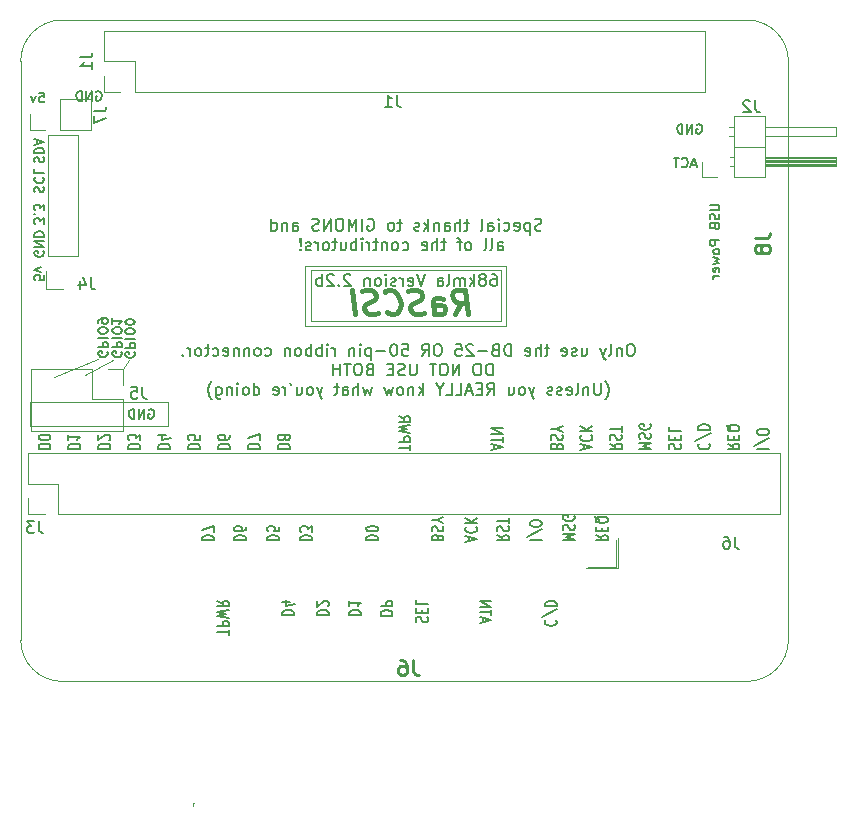
<source format=gbr>
%TF.GenerationSoftware,KiCad,Pcbnew,(5.1.4)-1*%
%TF.CreationDate,2020-08-19T21:04:37-05:00*%
%TF.ProjectId,rascsi_2p2,72617363-7369-45f3-9270-322e6b696361,rev?*%
%TF.SameCoordinates,PX59d60c0PY325aa00*%
%TF.FileFunction,Legend,Bot*%
%TF.FilePolarity,Positive*%
%FSLAX46Y46*%
G04 Gerber Fmt 4.6, Leading zero omitted, Abs format (unit mm)*
G04 Created by KiCad (PCBNEW (5.1.4)-1) date 2020-08-19 21:04:37*
%MOMM*%
%LPD*%
G04 APERTURE LIST*
%ADD10C,0.150000*%
%ADD11C,0.120000*%
%ADD12C,0.230000*%
%ADD13C,0.400000*%
%ADD14C,0.050000*%
%ADD15C,0.254000*%
G04 APERTURE END LIST*
D10*
X123406619Y-33769476D02*
X124406619Y-33769476D01*
X124454238Y-32817095D02*
X123168523Y-33502809D01*
X124406619Y-32398047D02*
X124406619Y-32245666D01*
X124359000Y-32169476D01*
X124263761Y-32093285D01*
X124073285Y-32055190D01*
X123739952Y-32055190D01*
X123549476Y-32093285D01*
X123454238Y-32169476D01*
X123406619Y-32245666D01*
X123406619Y-32398047D01*
X123454238Y-32474238D01*
X123549476Y-32550428D01*
X123739952Y-32588523D01*
X124073285Y-32588523D01*
X124263761Y-32550428D01*
X124359000Y-32474238D01*
X124406619Y-32398047D01*
X120612619Y-33312333D02*
X121088809Y-33578999D01*
X120612619Y-33769476D02*
X121612619Y-33769476D01*
X121612619Y-33464714D01*
X121565000Y-33388523D01*
X121517380Y-33350428D01*
X121422142Y-33312333D01*
X121279285Y-33312333D01*
X121184047Y-33350428D01*
X121136428Y-33388523D01*
X121088809Y-33464714D01*
X121088809Y-33769476D01*
X120660238Y-33007571D02*
X120612619Y-32893285D01*
X120612619Y-32702809D01*
X120660238Y-32626618D01*
X120707857Y-32588523D01*
X120803095Y-32550428D01*
X120898333Y-32550428D01*
X120993571Y-32588523D01*
X121041190Y-32626618D01*
X121088809Y-32702809D01*
X121136428Y-32855190D01*
X121184047Y-32931380D01*
X121231666Y-32969476D01*
X121326904Y-33007571D01*
X121422142Y-33007571D01*
X121517380Y-32969476D01*
X121565000Y-32931380D01*
X121612619Y-32855190D01*
X121612619Y-32664714D01*
X121565000Y-32550428D01*
X121612619Y-32321857D02*
X121612619Y-31864714D01*
X120612619Y-32093285D02*
X121612619Y-32093285D01*
X113802238Y-40697285D02*
X113754619Y-40583000D01*
X113754619Y-40392523D01*
X113802238Y-40316333D01*
X113849857Y-40278238D01*
X113945095Y-40240142D01*
X114040333Y-40240142D01*
X114135571Y-40278238D01*
X114183190Y-40316333D01*
X114230809Y-40392523D01*
X114278428Y-40544904D01*
X114326047Y-40621095D01*
X114373666Y-40659190D01*
X114468904Y-40697285D01*
X114564142Y-40697285D01*
X114659380Y-40659190D01*
X114707000Y-40621095D01*
X114754619Y-40544904D01*
X114754619Y-40354428D01*
X114707000Y-40240142D01*
X114278428Y-39897285D02*
X114278428Y-39630619D01*
X113754619Y-39516333D02*
X113754619Y-39897285D01*
X114754619Y-39897285D01*
X114754619Y-39516333D01*
X113754619Y-38792523D02*
X113754619Y-39173476D01*
X114754619Y-39173476D01*
X109563619Y-33769476D02*
X110563619Y-33769476D01*
X110563619Y-33579000D01*
X110516000Y-33464714D01*
X110420761Y-33388523D01*
X110325523Y-33350428D01*
X110135047Y-33312333D01*
X109992190Y-33312333D01*
X109801714Y-33350428D01*
X109706476Y-33388523D01*
X109611238Y-33464714D01*
X109563619Y-33579000D01*
X109563619Y-33769476D01*
X110563619Y-32817095D02*
X110563619Y-32740904D01*
X110516000Y-32664714D01*
X110468380Y-32626619D01*
X110373142Y-32588523D01*
X110182666Y-32550428D01*
X109944571Y-32550428D01*
X109754095Y-32588523D01*
X109658857Y-32626619D01*
X109611238Y-32664714D01*
X109563619Y-32740904D01*
X109563619Y-32817095D01*
X109611238Y-32893285D01*
X109658857Y-32931380D01*
X109754095Y-32969476D01*
X109944571Y-33007571D01*
X110182666Y-33007571D01*
X110373142Y-32969476D01*
X110468380Y-32931380D01*
X110516000Y-32893285D01*
X110563619Y-32817095D01*
X101181619Y-33769476D02*
X102181619Y-33769476D01*
X102181619Y-33579000D01*
X102134000Y-33464714D01*
X102038761Y-33388523D01*
X101943523Y-33350428D01*
X101753047Y-33312333D01*
X101610190Y-33312333D01*
X101419714Y-33350428D01*
X101324476Y-33388523D01*
X101229238Y-33464714D01*
X101181619Y-33579000D01*
X101181619Y-33769476D01*
X102181619Y-32588523D02*
X102181619Y-32969476D01*
X101705428Y-33007571D01*
X101753047Y-32969476D01*
X101800666Y-32893285D01*
X101800666Y-32702809D01*
X101753047Y-32626619D01*
X101705428Y-32588523D01*
X101610190Y-32550428D01*
X101372095Y-32550428D01*
X101276857Y-32588523D01*
X101229238Y-32626619D01*
X101181619Y-32702809D01*
X101181619Y-32893285D01*
X101229238Y-32969476D01*
X101276857Y-33007571D01*
X115611928Y-33502809D02*
X115564309Y-33388523D01*
X115516690Y-33350428D01*
X115421452Y-33312333D01*
X115278595Y-33312333D01*
X115183357Y-33350428D01*
X115135738Y-33388523D01*
X115088119Y-33464714D01*
X115088119Y-33769476D01*
X116088119Y-33769476D01*
X116088119Y-33502809D01*
X116040500Y-33426619D01*
X115992880Y-33388523D01*
X115897642Y-33350428D01*
X115802404Y-33350428D01*
X115707166Y-33388523D01*
X115659547Y-33426619D01*
X115611928Y-33502809D01*
X115611928Y-33769476D01*
X115135738Y-33007571D02*
X115088119Y-32893285D01*
X115088119Y-32702809D01*
X115135738Y-32626619D01*
X115183357Y-32588523D01*
X115278595Y-32550428D01*
X115373833Y-32550428D01*
X115469071Y-32588523D01*
X115516690Y-32626619D01*
X115564309Y-32702809D01*
X115611928Y-32855190D01*
X115659547Y-32931381D01*
X115707166Y-32969476D01*
X115802404Y-33007571D01*
X115897642Y-33007571D01*
X115992880Y-32969476D01*
X116040500Y-32931381D01*
X116088119Y-32855190D01*
X116088119Y-32664714D01*
X116040500Y-32550428D01*
X115564309Y-32055190D02*
X115088119Y-32055190D01*
X116088119Y-32321857D02*
X115564309Y-32055190D01*
X116088119Y-31788523D01*
X98387619Y-33769476D02*
X99387619Y-33769476D01*
X99387619Y-33579000D01*
X99340000Y-33464714D01*
X99244761Y-33388523D01*
X99149523Y-33350428D01*
X98959047Y-33312333D01*
X98816190Y-33312333D01*
X98625714Y-33350428D01*
X98530476Y-33388523D01*
X98435238Y-33464714D01*
X98387619Y-33579000D01*
X98387619Y-33769476D01*
X99387619Y-32626619D02*
X99387619Y-32779000D01*
X99340000Y-32855190D01*
X99292380Y-32893285D01*
X99149523Y-32969476D01*
X98959047Y-33007571D01*
X98578095Y-33007571D01*
X98482857Y-32969476D01*
X98435238Y-32931380D01*
X98387619Y-32855190D01*
X98387619Y-32702809D01*
X98435238Y-32626619D01*
X98482857Y-32588523D01*
X98578095Y-32550428D01*
X98816190Y-32550428D01*
X98911428Y-32588523D01*
X98959047Y-32626619D01*
X99006666Y-32702809D01*
X99006666Y-32855190D01*
X98959047Y-32931380D01*
X98911428Y-32969476D01*
X98816190Y-33007571D01*
X108103119Y-40087762D02*
X109103119Y-40087762D01*
X109103119Y-39897286D01*
X109055500Y-39783000D01*
X108960261Y-39706809D01*
X108865023Y-39668714D01*
X108674547Y-39630619D01*
X108531690Y-39630619D01*
X108341214Y-39668714D01*
X108245976Y-39706809D01*
X108150738Y-39783000D01*
X108103119Y-39897286D01*
X108103119Y-40087762D01*
X108103119Y-38868714D02*
X108103119Y-39325857D01*
X108103119Y-39097286D02*
X109103119Y-39097286D01*
X108960261Y-39173476D01*
X108865023Y-39249666D01*
X108817404Y-39325857D01*
X102451619Y-40087762D02*
X103451619Y-40087762D01*
X103451619Y-39897286D01*
X103404000Y-39783000D01*
X103308761Y-39706809D01*
X103213523Y-39668714D01*
X103023047Y-39630619D01*
X102880190Y-39630619D01*
X102689714Y-39668714D01*
X102594476Y-39706809D01*
X102499238Y-39783000D01*
X102451619Y-39897286D01*
X102451619Y-40087762D01*
X103118285Y-38944905D02*
X102451619Y-38944905D01*
X103499238Y-39135381D02*
X102784952Y-39325857D01*
X102784952Y-38830619D01*
X105372619Y-40087762D02*
X106372619Y-40087762D01*
X106372619Y-39897286D01*
X106325000Y-39783000D01*
X106229761Y-39706809D01*
X106134523Y-39668714D01*
X105944047Y-39630619D01*
X105801190Y-39630619D01*
X105610714Y-39668714D01*
X105515476Y-39706809D01*
X105420238Y-39783000D01*
X105372619Y-39897286D01*
X105372619Y-40087762D01*
X106277380Y-39325857D02*
X106325000Y-39287762D01*
X106372619Y-39211571D01*
X106372619Y-39021095D01*
X106325000Y-38944905D01*
X106277380Y-38906809D01*
X106182142Y-38868714D01*
X106086904Y-38868714D01*
X105944047Y-38906809D01*
X105372619Y-39363952D01*
X105372619Y-38868714D01*
X126200619Y-33769477D02*
X127200619Y-33769477D01*
X126486333Y-33502810D01*
X127200619Y-33236143D01*
X126200619Y-33236143D01*
X126248238Y-32893286D02*
X126200619Y-32779000D01*
X126200619Y-32588524D01*
X126248238Y-32512334D01*
X126295857Y-32474238D01*
X126391095Y-32436143D01*
X126486333Y-32436143D01*
X126581571Y-32474238D01*
X126629190Y-32512334D01*
X126676809Y-32588524D01*
X126724428Y-32740905D01*
X126772047Y-32817096D01*
X126819666Y-32855191D01*
X126914904Y-32893286D01*
X127010142Y-32893286D01*
X127105380Y-32855191D01*
X127153000Y-32817096D01*
X127200619Y-32740905D01*
X127200619Y-32550429D01*
X127153000Y-32436143D01*
X127153000Y-31674238D02*
X127200619Y-31750429D01*
X127200619Y-31864715D01*
X127153000Y-31979000D01*
X127057761Y-32055191D01*
X126962523Y-32093286D01*
X126772047Y-32131381D01*
X126629190Y-32131381D01*
X126438714Y-32093286D01*
X126343476Y-32055191D01*
X126248238Y-31979000D01*
X126200619Y-31864715D01*
X126200619Y-31788524D01*
X126248238Y-31674238D01*
X126295857Y-31636143D01*
X126629190Y-31636143D01*
X126629190Y-31788524D01*
X97927119Y-41763953D02*
X97927119Y-41306810D01*
X96927119Y-41535381D02*
X97927119Y-41535381D01*
X96927119Y-41040143D02*
X97927119Y-41040143D01*
X97927119Y-40735381D01*
X97879500Y-40659191D01*
X97831880Y-40621096D01*
X97736642Y-40583000D01*
X97593785Y-40583000D01*
X97498547Y-40621096D01*
X97450928Y-40659191D01*
X97403309Y-40735381D01*
X97403309Y-41040143D01*
X97927119Y-40316334D02*
X96927119Y-40125858D01*
X97641404Y-39973477D01*
X96927119Y-39821096D01*
X97927119Y-39630619D01*
X96927119Y-38868715D02*
X97403309Y-39135381D01*
X96927119Y-39325858D02*
X97927119Y-39325858D01*
X97927119Y-39021096D01*
X97879500Y-38944905D01*
X97831880Y-38906810D01*
X97736642Y-38868715D01*
X97593785Y-38868715D01*
X97498547Y-38906810D01*
X97450928Y-38944905D01*
X97403309Y-39021096D01*
X97403309Y-39325858D01*
X103975619Y-33769476D02*
X104975619Y-33769476D01*
X104975619Y-33579000D01*
X104928000Y-33464714D01*
X104832761Y-33388523D01*
X104737523Y-33350428D01*
X104547047Y-33312333D01*
X104404190Y-33312333D01*
X104213714Y-33350428D01*
X104118476Y-33388523D01*
X104023238Y-33464714D01*
X103975619Y-33579000D01*
X103975619Y-33769476D01*
X104975619Y-33045666D02*
X104975619Y-32550428D01*
X104594666Y-32817095D01*
X104594666Y-32702809D01*
X104547047Y-32626619D01*
X104499428Y-32588523D01*
X104404190Y-32550428D01*
X104166095Y-32550428D01*
X104070857Y-32588523D01*
X104023238Y-32626619D01*
X103975619Y-32702809D01*
X103975619Y-32931380D01*
X104023238Y-33007571D01*
X104070857Y-33045666D01*
X124771857Y-40506809D02*
X124724238Y-40544904D01*
X124676619Y-40659190D01*
X124676619Y-40735381D01*
X124724238Y-40849666D01*
X124819476Y-40925857D01*
X124914714Y-40963952D01*
X125105190Y-41002047D01*
X125248047Y-41002047D01*
X125438523Y-40963952D01*
X125533761Y-40925857D01*
X125629000Y-40849666D01*
X125676619Y-40735381D01*
X125676619Y-40659190D01*
X125629000Y-40544904D01*
X125581380Y-40506809D01*
X125724238Y-39592523D02*
X124438523Y-40278238D01*
X124676619Y-39325857D02*
X125676619Y-39325857D01*
X125676619Y-39135381D01*
X125629000Y-39021095D01*
X125533761Y-38944904D01*
X125438523Y-38906809D01*
X125248047Y-38868714D01*
X125105190Y-38868714D01*
X124914714Y-38906809D01*
X124819476Y-38944904D01*
X124724238Y-39021095D01*
X124676619Y-39135381D01*
X124676619Y-39325857D01*
X118231333Y-33807572D02*
X118231333Y-33426619D01*
X117945619Y-33883762D02*
X118945619Y-33617096D01*
X117945619Y-33350429D01*
X118040857Y-32626619D02*
X117993238Y-32664715D01*
X117945619Y-32779000D01*
X117945619Y-32855191D01*
X117993238Y-32969476D01*
X118088476Y-33045667D01*
X118183714Y-33083762D01*
X118374190Y-33121857D01*
X118517047Y-33121857D01*
X118707523Y-33083762D01*
X118802761Y-33045667D01*
X118898000Y-32969476D01*
X118945619Y-32855191D01*
X118945619Y-32779000D01*
X118898000Y-32664715D01*
X118850380Y-32626619D01*
X117945619Y-32283762D02*
X118945619Y-32283762D01*
X117945619Y-31826619D02*
X118517047Y-32169476D01*
X118945619Y-31826619D02*
X118374190Y-32283762D01*
X119437833Y-40697285D02*
X119437833Y-40316333D01*
X119152119Y-40773476D02*
X120152119Y-40506809D01*
X119152119Y-40240142D01*
X120152119Y-40087761D02*
X120152119Y-39630619D01*
X119152119Y-39859190D02*
X120152119Y-39859190D01*
X119152119Y-39363952D02*
X120152119Y-39363952D01*
X119152119Y-38906809D01*
X120152119Y-38906809D01*
X110770119Y-40125857D02*
X111770119Y-40125857D01*
X111770119Y-39935381D01*
X111722500Y-39821095D01*
X111627261Y-39744905D01*
X111532023Y-39706810D01*
X111341547Y-39668714D01*
X111198690Y-39668714D01*
X111008214Y-39706810D01*
X110912976Y-39744905D01*
X110817738Y-39821095D01*
X110770119Y-39935381D01*
X110770119Y-40125857D01*
X110770119Y-39325857D02*
X111770119Y-39325857D01*
X111770119Y-39021095D01*
X111722500Y-38944905D01*
X111674880Y-38906810D01*
X111579642Y-38868714D01*
X111436785Y-38868714D01*
X111341547Y-38906810D01*
X111293928Y-38944905D01*
X111246309Y-39021095D01*
X111246309Y-39325857D01*
X95657119Y-33769476D02*
X96657119Y-33769476D01*
X96657119Y-33579000D01*
X96609500Y-33464714D01*
X96514261Y-33388523D01*
X96419023Y-33350428D01*
X96228547Y-33312333D01*
X96085690Y-33312333D01*
X95895214Y-33350428D01*
X95799976Y-33388523D01*
X95704738Y-33464714D01*
X95657119Y-33579000D01*
X95657119Y-33769476D01*
X96657119Y-33045666D02*
X96657119Y-32512333D01*
X95657119Y-32855190D01*
X128994619Y-33312333D02*
X129470809Y-33579000D01*
X128994619Y-33769476D02*
X129994619Y-33769476D01*
X129994619Y-33464714D01*
X129947000Y-33388523D01*
X129899380Y-33350428D01*
X129804142Y-33312333D01*
X129661285Y-33312333D01*
X129566047Y-33350428D01*
X129518428Y-33388523D01*
X129470809Y-33464714D01*
X129470809Y-33769476D01*
X129518428Y-32969476D02*
X129518428Y-32702809D01*
X128994619Y-32588523D02*
X128994619Y-32969476D01*
X129994619Y-32969476D01*
X129994619Y-32588523D01*
X128899380Y-31712333D02*
X128947000Y-31788523D01*
X129042238Y-31864714D01*
X129185095Y-31979000D01*
X129232714Y-32055190D01*
X129232714Y-32131380D01*
X128994619Y-32093285D02*
X129042238Y-32169476D01*
X129137476Y-32245666D01*
X129327952Y-32283761D01*
X129661285Y-32283761D01*
X129851761Y-32245666D01*
X129947000Y-32169476D01*
X129994619Y-32093285D01*
X129994619Y-31940904D01*
X129947000Y-31864714D01*
X129851761Y-31788523D01*
X129661285Y-31750428D01*
X129327952Y-31750428D01*
X129137476Y-31788523D01*
X129042238Y-31864714D01*
X128994619Y-31940904D01*
X128994619Y-32093285D01*
X142647119Y-26022476D02*
X143647119Y-26022476D01*
X143694738Y-25070095D02*
X142409023Y-25755809D01*
X143647119Y-24651047D02*
X143647119Y-24498666D01*
X143599500Y-24422476D01*
X143504261Y-24346285D01*
X143313785Y-24308190D01*
X142980452Y-24308190D01*
X142789976Y-24346285D01*
X142694738Y-24422476D01*
X142647119Y-24498666D01*
X142647119Y-24651047D01*
X142694738Y-24727238D01*
X142789976Y-24803428D01*
X142980452Y-24841523D01*
X143313785Y-24841523D01*
X143504261Y-24803428D01*
X143599500Y-24727238D01*
X143647119Y-24651047D01*
X140152471Y-25565333D02*
X140628661Y-25832000D01*
X140152471Y-26022476D02*
X141152471Y-26022476D01*
X141152471Y-25717714D01*
X141104852Y-25641523D01*
X141057232Y-25603428D01*
X140961994Y-25565333D01*
X140819137Y-25565333D01*
X140723899Y-25603428D01*
X140676280Y-25641523D01*
X140628661Y-25717714D01*
X140628661Y-26022476D01*
X140676280Y-25222476D02*
X140676280Y-24955809D01*
X140152471Y-24841523D02*
X140152471Y-25222476D01*
X141152471Y-25222476D01*
X141152471Y-24841523D01*
X140057232Y-23965333D02*
X140104852Y-24041523D01*
X140200090Y-24117714D01*
X140342947Y-24232000D01*
X140390566Y-24308190D01*
X140390566Y-24384380D01*
X140152471Y-24346285D02*
X140200090Y-24422476D01*
X140295328Y-24498666D01*
X140485804Y-24536761D01*
X140819137Y-24536761D01*
X141009613Y-24498666D01*
X141104852Y-24422476D01*
X141152471Y-24346285D01*
X141152471Y-24193904D01*
X141104852Y-24117714D01*
X141009613Y-24041523D01*
X140819137Y-24003428D01*
X140485804Y-24003428D01*
X140295328Y-24041523D01*
X140200090Y-24117714D01*
X140152471Y-24193904D01*
X140152471Y-24346285D01*
X137753067Y-25565333D02*
X137705448Y-25603428D01*
X137657829Y-25717714D01*
X137657829Y-25793905D01*
X137705448Y-25908190D01*
X137800686Y-25984381D01*
X137895924Y-26022476D01*
X138086400Y-26060571D01*
X138229257Y-26060571D01*
X138419733Y-26022476D01*
X138514971Y-25984381D01*
X138610210Y-25908190D01*
X138657829Y-25793905D01*
X138657829Y-25717714D01*
X138610210Y-25603428D01*
X138562590Y-25565333D01*
X138705448Y-24651047D02*
X137419733Y-25336762D01*
X137657829Y-24384381D02*
X138657829Y-24384381D01*
X138657829Y-24193905D01*
X138610210Y-24079619D01*
X138514971Y-24003428D01*
X138419733Y-23965333D01*
X138229257Y-23927238D01*
X138086400Y-23927238D01*
X137895924Y-23965333D01*
X137800686Y-24003428D01*
X137705448Y-24079619D01*
X137657829Y-24193905D01*
X137657829Y-24384381D01*
X135210806Y-26060571D02*
X135163187Y-25946286D01*
X135163187Y-25755809D01*
X135210806Y-25679619D01*
X135258425Y-25641524D01*
X135353663Y-25603428D01*
X135448901Y-25603428D01*
X135544139Y-25641524D01*
X135591758Y-25679619D01*
X135639377Y-25755809D01*
X135686996Y-25908190D01*
X135734615Y-25984381D01*
X135782234Y-26022476D01*
X135877472Y-26060571D01*
X135972710Y-26060571D01*
X136067948Y-26022476D01*
X136115568Y-25984381D01*
X136163187Y-25908190D01*
X136163187Y-25717714D01*
X136115568Y-25603428D01*
X135686996Y-25260571D02*
X135686996Y-24993905D01*
X135163187Y-24879619D02*
X135163187Y-25260571D01*
X136163187Y-25260571D01*
X136163187Y-24879619D01*
X135163187Y-24155809D02*
X135163187Y-24536762D01*
X136163187Y-24536762D01*
X132668545Y-26022477D02*
X133668545Y-26022477D01*
X132954259Y-25755810D01*
X133668545Y-25489143D01*
X132668545Y-25489143D01*
X132716164Y-25146286D02*
X132668545Y-25032000D01*
X132668545Y-24841524D01*
X132716164Y-24765334D01*
X132763783Y-24727238D01*
X132859021Y-24689143D01*
X132954259Y-24689143D01*
X133049497Y-24727238D01*
X133097116Y-24765334D01*
X133144735Y-24841524D01*
X133192354Y-24993905D01*
X133239973Y-25070096D01*
X133287592Y-25108191D01*
X133382830Y-25146286D01*
X133478068Y-25146286D01*
X133573306Y-25108191D01*
X133620926Y-25070096D01*
X133668545Y-24993905D01*
X133668545Y-24803429D01*
X133620926Y-24689143D01*
X133620926Y-23927238D02*
X133668545Y-24003429D01*
X133668545Y-24117715D01*
X133620926Y-24232000D01*
X133525687Y-24308191D01*
X133430449Y-24346286D01*
X133239973Y-24384381D01*
X133097116Y-24384381D01*
X132906640Y-24346286D01*
X132811402Y-24308191D01*
X132716164Y-24232000D01*
X132668545Y-24117715D01*
X132668545Y-24041524D01*
X132716164Y-23927238D01*
X132763783Y-23889143D01*
X133097116Y-23889143D01*
X133097116Y-24041524D01*
X130173903Y-25565333D02*
X130650093Y-25831999D01*
X130173903Y-26022476D02*
X131173903Y-26022476D01*
X131173903Y-25717714D01*
X131126284Y-25641523D01*
X131078664Y-25603428D01*
X130983426Y-25565333D01*
X130840569Y-25565333D01*
X130745331Y-25603428D01*
X130697712Y-25641523D01*
X130650093Y-25717714D01*
X130650093Y-26022476D01*
X130221522Y-25260571D02*
X130173903Y-25146285D01*
X130173903Y-24955809D01*
X130221522Y-24879618D01*
X130269141Y-24841523D01*
X130364379Y-24803428D01*
X130459617Y-24803428D01*
X130554855Y-24841523D01*
X130602474Y-24879618D01*
X130650093Y-24955809D01*
X130697712Y-25108190D01*
X130745331Y-25184380D01*
X130792950Y-25222476D01*
X130888188Y-25260571D01*
X130983426Y-25260571D01*
X131078664Y-25222476D01*
X131126284Y-25184380D01*
X131173903Y-25108190D01*
X131173903Y-24917714D01*
X131126284Y-24803428D01*
X131173903Y-24574857D02*
X131173903Y-24117714D01*
X130173903Y-24346285D02*
X131173903Y-24346285D01*
X127964975Y-26060572D02*
X127964975Y-25679619D01*
X127679261Y-26136762D02*
X128679261Y-25870096D01*
X127679261Y-25603429D01*
X127774499Y-24879619D02*
X127726880Y-24917715D01*
X127679261Y-25032000D01*
X127679261Y-25108191D01*
X127726880Y-25222476D01*
X127822118Y-25298667D01*
X127917356Y-25336762D01*
X128107832Y-25374857D01*
X128250689Y-25374857D01*
X128441165Y-25336762D01*
X128536403Y-25298667D01*
X128631642Y-25222476D01*
X128679261Y-25108191D01*
X128679261Y-25032000D01*
X128631642Y-24917715D01*
X128584022Y-24879619D01*
X127679261Y-24536762D02*
X128679261Y-24536762D01*
X127679261Y-24079619D02*
X128250689Y-24422476D01*
X128679261Y-24079619D02*
X128107832Y-24536762D01*
X125708428Y-25755809D02*
X125660809Y-25641523D01*
X125613190Y-25603428D01*
X125517952Y-25565333D01*
X125375095Y-25565333D01*
X125279857Y-25603428D01*
X125232238Y-25641523D01*
X125184619Y-25717714D01*
X125184619Y-26022476D01*
X126184619Y-26022476D01*
X126184619Y-25755809D01*
X126137000Y-25679619D01*
X126089380Y-25641523D01*
X125994142Y-25603428D01*
X125898904Y-25603428D01*
X125803666Y-25641523D01*
X125756047Y-25679619D01*
X125708428Y-25755809D01*
X125708428Y-26022476D01*
X125232238Y-25260571D02*
X125184619Y-25146285D01*
X125184619Y-24955809D01*
X125232238Y-24879619D01*
X125279857Y-24841523D01*
X125375095Y-24803428D01*
X125470333Y-24803428D01*
X125565571Y-24841523D01*
X125613190Y-24879619D01*
X125660809Y-24955809D01*
X125708428Y-25108190D01*
X125756047Y-25184381D01*
X125803666Y-25222476D01*
X125898904Y-25260571D01*
X125994142Y-25260571D01*
X126089380Y-25222476D01*
X126137000Y-25184381D01*
X126184619Y-25108190D01*
X126184619Y-24917714D01*
X126137000Y-24803428D01*
X125660809Y-24308190D02*
X125184619Y-24308190D01*
X126184619Y-24574857D02*
X125660809Y-24308190D01*
X126184619Y-24041523D01*
X120390333Y-26060571D02*
X120390333Y-25679619D01*
X120104619Y-26136762D02*
X121104619Y-25870095D01*
X120104619Y-25603428D01*
X121104619Y-25451047D02*
X121104619Y-24993905D01*
X120104619Y-25222476D02*
X121104619Y-25222476D01*
X120104619Y-24727238D02*
X121104619Y-24727238D01*
X120104619Y-24270095D01*
X121104619Y-24270095D01*
X113294119Y-26136762D02*
X113294119Y-25679619D01*
X112294119Y-25908190D02*
X113294119Y-25908190D01*
X112294119Y-25412952D02*
X113294119Y-25412952D01*
X113294119Y-25108190D01*
X113246500Y-25032000D01*
X113198880Y-24993905D01*
X113103642Y-24955809D01*
X112960785Y-24955809D01*
X112865547Y-24993905D01*
X112817928Y-25032000D01*
X112770309Y-25108190D01*
X112770309Y-25412952D01*
X113294119Y-24689143D02*
X112294119Y-24498667D01*
X113008404Y-24346286D01*
X112294119Y-24193905D01*
X113294119Y-24003428D01*
X112294119Y-23241524D02*
X112770309Y-23508190D01*
X112294119Y-23698667D02*
X113294119Y-23698667D01*
X113294119Y-23393905D01*
X113246500Y-23317714D01*
X113198880Y-23279619D01*
X113103642Y-23241524D01*
X112960785Y-23241524D01*
X112865547Y-23279619D01*
X112817928Y-23317714D01*
X112770309Y-23393905D01*
X112770309Y-23698667D01*
X102070619Y-26022476D02*
X103070619Y-26022476D01*
X103070619Y-25832000D01*
X103023000Y-25717714D01*
X102927761Y-25641523D01*
X102832523Y-25603428D01*
X102642047Y-25565333D01*
X102499190Y-25565333D01*
X102308714Y-25603428D01*
X102213476Y-25641523D01*
X102118238Y-25717714D01*
X102070619Y-25832000D01*
X102070619Y-26022476D01*
X102642047Y-25108190D02*
X102689666Y-25184380D01*
X102737285Y-25222476D01*
X102832523Y-25260571D01*
X102880142Y-25260571D01*
X102975380Y-25222476D01*
X103023000Y-25184380D01*
X103070619Y-25108190D01*
X103070619Y-24955809D01*
X103023000Y-24879619D01*
X102975380Y-24841523D01*
X102880142Y-24803428D01*
X102832523Y-24803428D01*
X102737285Y-24841523D01*
X102689666Y-24879619D01*
X102642047Y-24955809D01*
X102642047Y-25108190D01*
X102594428Y-25184380D01*
X102546809Y-25222476D01*
X102451571Y-25260571D01*
X102261095Y-25260571D01*
X102165857Y-25222476D01*
X102118238Y-25184380D01*
X102070619Y-25108190D01*
X102070619Y-24955809D01*
X102118238Y-24879619D01*
X102165857Y-24841523D01*
X102261095Y-24803428D01*
X102451571Y-24803428D01*
X102546809Y-24841523D01*
X102594428Y-24879619D01*
X102642047Y-24955809D01*
X99538553Y-26022476D02*
X100538553Y-26022476D01*
X100538553Y-25832000D01*
X100490934Y-25717714D01*
X100395695Y-25641523D01*
X100300457Y-25603428D01*
X100109981Y-25565333D01*
X99967124Y-25565333D01*
X99776648Y-25603428D01*
X99681410Y-25641523D01*
X99586172Y-25717714D01*
X99538553Y-25832000D01*
X99538553Y-26022476D01*
X100538553Y-25298666D02*
X100538553Y-24765333D01*
X99538553Y-25108190D01*
X97006491Y-26022476D02*
X98006491Y-26022476D01*
X98006491Y-25832000D01*
X97958872Y-25717714D01*
X97863633Y-25641523D01*
X97768395Y-25603428D01*
X97577919Y-25565333D01*
X97435062Y-25565333D01*
X97244586Y-25603428D01*
X97149348Y-25641523D01*
X97054110Y-25717714D01*
X97006491Y-25832000D01*
X97006491Y-26022476D01*
X98006491Y-24879619D02*
X98006491Y-25032000D01*
X97958872Y-25108190D01*
X97911252Y-25146285D01*
X97768395Y-25222476D01*
X97577919Y-25260571D01*
X97196967Y-25260571D01*
X97101729Y-25222476D01*
X97054110Y-25184380D01*
X97006491Y-25108190D01*
X97006491Y-24955809D01*
X97054110Y-24879619D01*
X97101729Y-24841523D01*
X97196967Y-24803428D01*
X97435062Y-24803428D01*
X97530300Y-24841523D01*
X97577919Y-24879619D01*
X97625538Y-24955809D01*
X97625538Y-25108190D01*
X97577919Y-25184380D01*
X97530300Y-25222476D01*
X97435062Y-25260571D01*
X94474429Y-26022476D02*
X95474429Y-26022476D01*
X95474429Y-25832000D01*
X95426810Y-25717714D01*
X95331571Y-25641523D01*
X95236333Y-25603428D01*
X95045857Y-25565333D01*
X94903000Y-25565333D01*
X94712524Y-25603428D01*
X94617286Y-25641523D01*
X94522048Y-25717714D01*
X94474429Y-25832000D01*
X94474429Y-26022476D01*
X95474429Y-24841523D02*
X95474429Y-25222476D01*
X94998238Y-25260571D01*
X95045857Y-25222476D01*
X95093476Y-25146285D01*
X95093476Y-24955809D01*
X95045857Y-24879619D01*
X94998238Y-24841523D01*
X94903000Y-24803428D01*
X94664905Y-24803428D01*
X94569667Y-24841523D01*
X94522048Y-24879619D01*
X94474429Y-24955809D01*
X94474429Y-25146285D01*
X94522048Y-25222476D01*
X94569667Y-25260571D01*
X91942367Y-26022476D02*
X92942367Y-26022476D01*
X92942367Y-25832000D01*
X92894748Y-25717714D01*
X92799509Y-25641523D01*
X92704271Y-25603428D01*
X92513795Y-25565333D01*
X92370938Y-25565333D01*
X92180462Y-25603428D01*
X92085224Y-25641523D01*
X91989986Y-25717714D01*
X91942367Y-25832000D01*
X91942367Y-26022476D01*
X92609033Y-24879619D02*
X91942367Y-24879619D01*
X92989986Y-25070095D02*
X92275700Y-25260571D01*
X92275700Y-24765333D01*
X89410305Y-26022476D02*
X90410305Y-26022476D01*
X90410305Y-25832000D01*
X90362686Y-25717714D01*
X90267447Y-25641523D01*
X90172209Y-25603428D01*
X89981733Y-25565333D01*
X89838876Y-25565333D01*
X89648400Y-25603428D01*
X89553162Y-25641523D01*
X89457924Y-25717714D01*
X89410305Y-25832000D01*
X89410305Y-26022476D01*
X90410305Y-25298666D02*
X90410305Y-24803428D01*
X90029352Y-25070095D01*
X90029352Y-24955809D01*
X89981733Y-24879619D01*
X89934114Y-24841523D01*
X89838876Y-24803428D01*
X89600781Y-24803428D01*
X89505543Y-24841523D01*
X89457924Y-24879619D01*
X89410305Y-24955809D01*
X89410305Y-25184380D01*
X89457924Y-25260571D01*
X89505543Y-25298666D01*
X86878243Y-26022476D02*
X87878243Y-26022476D01*
X87878243Y-25832000D01*
X87830624Y-25717714D01*
X87735385Y-25641523D01*
X87640147Y-25603428D01*
X87449671Y-25565333D01*
X87306814Y-25565333D01*
X87116338Y-25603428D01*
X87021100Y-25641523D01*
X86925862Y-25717714D01*
X86878243Y-25832000D01*
X86878243Y-26022476D01*
X87783004Y-25260571D02*
X87830624Y-25222476D01*
X87878243Y-25146285D01*
X87878243Y-24955809D01*
X87830624Y-24879619D01*
X87783004Y-24841523D01*
X87687766Y-24803428D01*
X87592528Y-24803428D01*
X87449671Y-24841523D01*
X86878243Y-25298666D01*
X86878243Y-24803428D01*
X84346181Y-26022476D02*
X85346181Y-26022476D01*
X85346181Y-25832000D01*
X85298562Y-25717714D01*
X85203323Y-25641523D01*
X85108085Y-25603428D01*
X84917609Y-25565333D01*
X84774752Y-25565333D01*
X84584276Y-25603428D01*
X84489038Y-25641523D01*
X84393800Y-25717714D01*
X84346181Y-25832000D01*
X84346181Y-26022476D01*
X84346181Y-24803428D02*
X84346181Y-25260571D01*
X84346181Y-25032000D02*
X85346181Y-25032000D01*
X85203323Y-25108190D01*
X85108085Y-25184380D01*
X85060466Y-25260571D01*
X81814119Y-26022476D02*
X82814119Y-26022476D01*
X82814119Y-25832000D01*
X82766500Y-25717714D01*
X82671261Y-25641523D01*
X82576023Y-25603428D01*
X82385547Y-25565333D01*
X82242690Y-25565333D01*
X82052214Y-25603428D01*
X81956976Y-25641523D01*
X81861738Y-25717714D01*
X81814119Y-25832000D01*
X81814119Y-26022476D01*
X82814119Y-25070095D02*
X82814119Y-24993904D01*
X82766500Y-24917714D01*
X82718880Y-24879619D01*
X82623642Y-24841523D01*
X82433166Y-24803428D01*
X82195071Y-24803428D01*
X82004595Y-24841523D01*
X81909357Y-24879619D01*
X81861738Y-24917714D01*
X81814119Y-24993904D01*
X81814119Y-25070095D01*
X81861738Y-25146285D01*
X81909357Y-25184380D01*
X82004595Y-25222476D01*
X82195071Y-25260571D01*
X82433166Y-25260571D01*
X82623642Y-25222476D01*
X82718880Y-25184380D01*
X82766500Y-25146285D01*
X82814119Y-25070095D01*
D11*
X86838500Y-18383500D02*
X83092000Y-19907500D01*
X88108500Y-18447000D02*
X85759000Y-19780500D01*
X89505500Y-18510500D02*
X88934000Y-19272500D01*
X88997500Y-19272500D02*
X87664000Y-19272500D01*
X88997500Y-20606000D02*
X88997500Y-19272500D01*
X81187000Y-19272500D02*
X86330500Y-19272500D01*
X81187000Y-24479500D02*
X81187000Y-19272500D01*
X88997500Y-24479500D02*
X81187000Y-24479500D01*
X88997500Y-21812500D02*
X88997500Y-24479500D01*
X86330500Y-21812500D02*
X88997500Y-21812500D01*
X86330500Y-19272500D02*
X86330500Y-21812500D01*
X82584000Y539500D02*
X82584000Y-9684000D01*
X85187500Y539500D02*
X82584000Y539500D01*
X85187500Y-9684000D02*
X85187500Y539500D01*
X82584000Y-9684000D02*
X85187500Y-9684000D01*
X81060000Y984000D02*
X81060000Y2317500D01*
X82393500Y984000D02*
X81060000Y984000D01*
X83600000Y3587500D02*
X83600000Y984000D01*
X86267000Y3587500D02*
X83600000Y3587500D01*
X86267000Y984000D02*
X86267000Y3587500D01*
X83663500Y984000D02*
X86267000Y984000D01*
D10*
X86544880Y2587334D02*
X87259166Y2587334D01*
X87402023Y2634953D01*
X87497261Y2730191D01*
X87544880Y2873048D01*
X87544880Y2968286D01*
X86544880Y2206381D02*
X86544880Y1539715D01*
X87544880Y1968286D01*
X86219333Y-11485880D02*
X86219333Y-12200166D01*
X86266952Y-12343023D01*
X86362190Y-12438261D01*
X86505047Y-12485880D01*
X86600285Y-12485880D01*
X85314571Y-11819214D02*
X85314571Y-12485880D01*
X85552666Y-11438261D02*
X85790761Y-12152547D01*
X85171714Y-12152547D01*
X90600833Y-20756880D02*
X90600833Y-21471166D01*
X90648452Y-21614023D01*
X90743690Y-21709261D01*
X90886547Y-21756880D01*
X90981785Y-21756880D01*
X89648452Y-20756880D02*
X90124642Y-20756880D01*
X90172261Y-21233071D01*
X90124642Y-21185452D01*
X90029404Y-21137833D01*
X89791309Y-21137833D01*
X89696071Y-21185452D01*
X89648452Y-21233071D01*
X89600833Y-21328309D01*
X89600833Y-21566404D01*
X89648452Y-21661642D01*
X89696071Y-21709261D01*
X89791309Y-21756880D01*
X90029404Y-21756880D01*
X90124642Y-21709261D01*
X90172261Y-21661642D01*
X81837833Y-32123380D02*
X81837833Y-32837666D01*
X81885452Y-32980523D01*
X81980690Y-33075761D01*
X82123547Y-33123380D01*
X82218785Y-33123380D01*
X81456880Y-32123380D02*
X80837833Y-32123380D01*
X81171166Y-32504333D01*
X81028309Y-32504333D01*
X80933071Y-32551952D01*
X80885452Y-32599571D01*
X80837833Y-32694809D01*
X80837833Y-32932904D01*
X80885452Y-33028142D01*
X80933071Y-33075761D01*
X81028309Y-33123380D01*
X81314023Y-33123380D01*
X81409261Y-33075761D01*
X81456880Y-33028142D01*
D12*
X142467523Y-8181166D02*
X143374666Y-8181166D01*
X143556095Y-8120690D01*
X143677047Y-7999738D01*
X143737523Y-7818309D01*
X143737523Y-7697357D01*
X143011809Y-8967357D02*
X142951333Y-8846404D01*
X142890857Y-8785928D01*
X142769904Y-8725452D01*
X142709428Y-8725452D01*
X142588476Y-8785928D01*
X142528000Y-8846404D01*
X142467523Y-8967357D01*
X142467523Y-9209261D01*
X142528000Y-9330214D01*
X142588476Y-9390690D01*
X142709428Y-9451166D01*
X142769904Y-9451166D01*
X142890857Y-9390690D01*
X142951333Y-9330214D01*
X143011809Y-9209261D01*
X143011809Y-8967357D01*
X143072285Y-8846404D01*
X143132761Y-8785928D01*
X143253714Y-8725452D01*
X143495619Y-8725452D01*
X143616571Y-8785928D01*
X143677047Y-8846404D01*
X143737523Y-8967357D01*
X143737523Y-9209261D01*
X143677047Y-9330214D01*
X143616571Y-9390690D01*
X143495619Y-9451166D01*
X143253714Y-9451166D01*
X143132761Y-9390690D01*
X143072285Y-9330214D01*
X143011809Y-9209261D01*
D10*
X112127333Y3944620D02*
X112127333Y3230334D01*
X112174952Y3087477D01*
X112270190Y2992239D01*
X112413047Y2944620D01*
X112508285Y2944620D01*
X111127333Y2944620D02*
X111698761Y2944620D01*
X111413047Y2944620D02*
X111413047Y3944620D01*
X111508285Y3801762D01*
X111603523Y3706524D01*
X111698761Y3658905D01*
X138660904Y-5328285D02*
X139308523Y-5328285D01*
X139384714Y-5366380D01*
X139422809Y-5404476D01*
X139460904Y-5480666D01*
X139460904Y-5633047D01*
X139422809Y-5709238D01*
X139384714Y-5747333D01*
X139308523Y-5785428D01*
X138660904Y-5785428D01*
X139422809Y-6128285D02*
X139460904Y-6242571D01*
X139460904Y-6433047D01*
X139422809Y-6509238D01*
X139384714Y-6547333D01*
X139308523Y-6585428D01*
X139232333Y-6585428D01*
X139156142Y-6547333D01*
X139118047Y-6509238D01*
X139079952Y-6433047D01*
X139041857Y-6280666D01*
X139003761Y-6204476D01*
X138965666Y-6166380D01*
X138889476Y-6128285D01*
X138813285Y-6128285D01*
X138737095Y-6166380D01*
X138699000Y-6204476D01*
X138660904Y-6280666D01*
X138660904Y-6471142D01*
X138699000Y-6585428D01*
X139041857Y-7194952D02*
X139079952Y-7309238D01*
X139118047Y-7347333D01*
X139194238Y-7385428D01*
X139308523Y-7385428D01*
X139384714Y-7347333D01*
X139422809Y-7309238D01*
X139460904Y-7233047D01*
X139460904Y-6928285D01*
X138660904Y-6928285D01*
X138660904Y-7194952D01*
X138699000Y-7271142D01*
X138737095Y-7309238D01*
X138813285Y-7347333D01*
X138889476Y-7347333D01*
X138965666Y-7309238D01*
X139003761Y-7271142D01*
X139041857Y-7194952D01*
X139041857Y-6928285D01*
X139460904Y-8337809D02*
X138660904Y-8337809D01*
X138660904Y-8642571D01*
X138699000Y-8718761D01*
X138737095Y-8756857D01*
X138813285Y-8794952D01*
X138927571Y-8794952D01*
X139003761Y-8756857D01*
X139041857Y-8718761D01*
X139079952Y-8642571D01*
X139079952Y-8337809D01*
X139460904Y-9252095D02*
X139422809Y-9175904D01*
X139384714Y-9137809D01*
X139308523Y-9099714D01*
X139079952Y-9099714D01*
X139003761Y-9137809D01*
X138965666Y-9175904D01*
X138927571Y-9252095D01*
X138927571Y-9366380D01*
X138965666Y-9442571D01*
X139003761Y-9480666D01*
X139079952Y-9518761D01*
X139308523Y-9518761D01*
X139384714Y-9480666D01*
X139422809Y-9442571D01*
X139460904Y-9366380D01*
X139460904Y-9252095D01*
X138927571Y-9785428D02*
X139460904Y-9937809D01*
X139079952Y-10090190D01*
X139460904Y-10242571D01*
X138927571Y-10394952D01*
X139422809Y-11004476D02*
X139460904Y-10928285D01*
X139460904Y-10775904D01*
X139422809Y-10699714D01*
X139346619Y-10661619D01*
X139041857Y-10661619D01*
X138965666Y-10699714D01*
X138927571Y-10775904D01*
X138927571Y-10928285D01*
X138965666Y-11004476D01*
X139041857Y-11042571D01*
X139118047Y-11042571D01*
X139194238Y-10661619D01*
X139460904Y-11385428D02*
X138927571Y-11385428D01*
X139079952Y-11385428D02*
X139003761Y-11423523D01*
X138965666Y-11461619D01*
X138927571Y-11537809D01*
X138927571Y-11614000D01*
X140765833Y-33456880D02*
X140765833Y-34171166D01*
X140813452Y-34314023D01*
X140908690Y-34409261D01*
X141051547Y-34456880D01*
X141146785Y-34456880D01*
X139861071Y-33456880D02*
X140051547Y-33456880D01*
X140146785Y-33504500D01*
X140194404Y-33552119D01*
X140289642Y-33694976D01*
X140337261Y-33885452D01*
X140337261Y-34266404D01*
X140289642Y-34361642D01*
X140242023Y-34409261D01*
X140146785Y-34456880D01*
X139956309Y-34456880D01*
X139861071Y-34409261D01*
X139813452Y-34361642D01*
X139765833Y-34266404D01*
X139765833Y-34028309D01*
X139813452Y-33933071D01*
X139861071Y-33885452D01*
X139956309Y-33837833D01*
X140146785Y-33837833D01*
X140242023Y-33885452D01*
X140289642Y-33933071D01*
X140337261Y-34028309D01*
D13*
X117042261Y-14576761D02*
X117589880Y-13624380D01*
X118185119Y-14576761D02*
X117935119Y-12576761D01*
X117173214Y-12576761D01*
X116994642Y-12672000D01*
X116911309Y-12767238D01*
X116839880Y-12957714D01*
X116875595Y-13243428D01*
X116994642Y-13433904D01*
X117101785Y-13529142D01*
X117304166Y-13624380D01*
X118066071Y-13624380D01*
X115327976Y-14576761D02*
X115197023Y-13529142D01*
X115268452Y-13338666D01*
X115447023Y-13243428D01*
X115827976Y-13243428D01*
X116030357Y-13338666D01*
X115316071Y-14481523D02*
X115518452Y-14576761D01*
X115994642Y-14576761D01*
X116173214Y-14481523D01*
X116244642Y-14291047D01*
X116220833Y-14100571D01*
X116101785Y-13910095D01*
X115899404Y-13814857D01*
X115423214Y-13814857D01*
X115220833Y-13719619D01*
X114458928Y-14481523D02*
X114185119Y-14576761D01*
X113708928Y-14576761D01*
X113506547Y-14481523D01*
X113399404Y-14386285D01*
X113280357Y-14195809D01*
X113256547Y-14005333D01*
X113327976Y-13814857D01*
X113411309Y-13719619D01*
X113589880Y-13624380D01*
X113958928Y-13529142D01*
X114137500Y-13433904D01*
X114220833Y-13338666D01*
X114292261Y-13148190D01*
X114268452Y-12957714D01*
X114149404Y-12767238D01*
X114042261Y-12672000D01*
X113839880Y-12576761D01*
X113363690Y-12576761D01*
X113089880Y-12672000D01*
X111304166Y-14386285D02*
X111411309Y-14481523D01*
X111708928Y-14576761D01*
X111899404Y-14576761D01*
X112173214Y-14481523D01*
X112339880Y-14291047D01*
X112411309Y-14100571D01*
X112458928Y-13719619D01*
X112423214Y-13433904D01*
X112280357Y-13052952D01*
X112161309Y-12862476D01*
X111947023Y-12672000D01*
X111649404Y-12576761D01*
X111458928Y-12576761D01*
X111185119Y-12672000D01*
X111101785Y-12767238D01*
X110554166Y-14481523D02*
X110280357Y-14576761D01*
X109804166Y-14576761D01*
X109601785Y-14481523D01*
X109494642Y-14386285D01*
X109375595Y-14195809D01*
X109351785Y-14005333D01*
X109423214Y-13814857D01*
X109506547Y-13719619D01*
X109685119Y-13624380D01*
X110054166Y-13529142D01*
X110232738Y-13433904D01*
X110316071Y-13338666D01*
X110387500Y-13148190D01*
X110363690Y-12957714D01*
X110244642Y-12767238D01*
X110137500Y-12672000D01*
X109935119Y-12576761D01*
X109458928Y-12576761D01*
X109185119Y-12672000D01*
X108566071Y-14576761D02*
X108316071Y-12576761D01*
D10*
X120167476Y-11219380D02*
X120357952Y-11219380D01*
X120453190Y-11267000D01*
X120500809Y-11314619D01*
X120596047Y-11457476D01*
X120643666Y-11647952D01*
X120643666Y-12028904D01*
X120596047Y-12124142D01*
X120548428Y-12171761D01*
X120453190Y-12219380D01*
X120262714Y-12219380D01*
X120167476Y-12171761D01*
X120119857Y-12124142D01*
X120072238Y-12028904D01*
X120072238Y-11790809D01*
X120119857Y-11695571D01*
X120167476Y-11647952D01*
X120262714Y-11600333D01*
X120453190Y-11600333D01*
X120548428Y-11647952D01*
X120596047Y-11695571D01*
X120643666Y-11790809D01*
X119500809Y-11647952D02*
X119596047Y-11600333D01*
X119643666Y-11552714D01*
X119691285Y-11457476D01*
X119691285Y-11409857D01*
X119643666Y-11314619D01*
X119596047Y-11267000D01*
X119500809Y-11219380D01*
X119310333Y-11219380D01*
X119215095Y-11267000D01*
X119167476Y-11314619D01*
X119119857Y-11409857D01*
X119119857Y-11457476D01*
X119167476Y-11552714D01*
X119215095Y-11600333D01*
X119310333Y-11647952D01*
X119500809Y-11647952D01*
X119596047Y-11695571D01*
X119643666Y-11743190D01*
X119691285Y-11838428D01*
X119691285Y-12028904D01*
X119643666Y-12124142D01*
X119596047Y-12171761D01*
X119500809Y-12219380D01*
X119310333Y-12219380D01*
X119215095Y-12171761D01*
X119167476Y-12124142D01*
X119119857Y-12028904D01*
X119119857Y-11838428D01*
X119167476Y-11743190D01*
X119215095Y-11695571D01*
X119310333Y-11647952D01*
X118691285Y-12219380D02*
X118691285Y-11219380D01*
X118596047Y-11838428D02*
X118310333Y-12219380D01*
X118310333Y-11552714D02*
X118691285Y-11933666D01*
X117881761Y-12219380D02*
X117881761Y-11552714D01*
X117881761Y-11647952D02*
X117834142Y-11600333D01*
X117738904Y-11552714D01*
X117596047Y-11552714D01*
X117500809Y-11600333D01*
X117453190Y-11695571D01*
X117453190Y-12219380D01*
X117453190Y-11695571D02*
X117405571Y-11600333D01*
X117310333Y-11552714D01*
X117167476Y-11552714D01*
X117072238Y-11600333D01*
X117024619Y-11695571D01*
X117024619Y-12219380D01*
X116405571Y-12219380D02*
X116500809Y-12171761D01*
X116548428Y-12076523D01*
X116548428Y-11219380D01*
X115596047Y-12219380D02*
X115596047Y-11695571D01*
X115643666Y-11600333D01*
X115738904Y-11552714D01*
X115929380Y-11552714D01*
X116024619Y-11600333D01*
X115596047Y-12171761D02*
X115691285Y-12219380D01*
X115929380Y-12219380D01*
X116024619Y-12171761D01*
X116072238Y-12076523D01*
X116072238Y-11981285D01*
X116024619Y-11886047D01*
X115929380Y-11838428D01*
X115691285Y-11838428D01*
X115596047Y-11790809D01*
X114500809Y-11219380D02*
X114167476Y-12219380D01*
X113834142Y-11219380D01*
X113119857Y-12171761D02*
X113215095Y-12219380D01*
X113405571Y-12219380D01*
X113500809Y-12171761D01*
X113548428Y-12076523D01*
X113548428Y-11695571D01*
X113500809Y-11600333D01*
X113405571Y-11552714D01*
X113215095Y-11552714D01*
X113119857Y-11600333D01*
X113072238Y-11695571D01*
X113072238Y-11790809D01*
X113548428Y-11886047D01*
X112643666Y-12219380D02*
X112643666Y-11552714D01*
X112643666Y-11743190D02*
X112596047Y-11647952D01*
X112548428Y-11600333D01*
X112453190Y-11552714D01*
X112357952Y-11552714D01*
X112072238Y-12171761D02*
X111977000Y-12219380D01*
X111786523Y-12219380D01*
X111691285Y-12171761D01*
X111643666Y-12076523D01*
X111643666Y-12028904D01*
X111691285Y-11933666D01*
X111786523Y-11886047D01*
X111929380Y-11886047D01*
X112024619Y-11838428D01*
X112072238Y-11743190D01*
X112072238Y-11695571D01*
X112024619Y-11600333D01*
X111929380Y-11552714D01*
X111786523Y-11552714D01*
X111691285Y-11600333D01*
X111215095Y-12219380D02*
X111215095Y-11552714D01*
X111215095Y-11219380D02*
X111262714Y-11267000D01*
X111215095Y-11314619D01*
X111167476Y-11267000D01*
X111215095Y-11219380D01*
X111215095Y-11314619D01*
X110596047Y-12219380D02*
X110691285Y-12171761D01*
X110738904Y-12124142D01*
X110786523Y-12028904D01*
X110786523Y-11743190D01*
X110738904Y-11647952D01*
X110691285Y-11600333D01*
X110596047Y-11552714D01*
X110453190Y-11552714D01*
X110357952Y-11600333D01*
X110310333Y-11647952D01*
X110262714Y-11743190D01*
X110262714Y-12028904D01*
X110310333Y-12124142D01*
X110357952Y-12171761D01*
X110453190Y-12219380D01*
X110596047Y-12219380D01*
X109834142Y-11552714D02*
X109834142Y-12219380D01*
X109834142Y-11647952D02*
X109786523Y-11600333D01*
X109691285Y-11552714D01*
X109548428Y-11552714D01*
X109453190Y-11600333D01*
X109405571Y-11695571D01*
X109405571Y-12219380D01*
X108215095Y-11314619D02*
X108167476Y-11267000D01*
X108072238Y-11219380D01*
X107834142Y-11219380D01*
X107738904Y-11267000D01*
X107691285Y-11314619D01*
X107643666Y-11409857D01*
X107643666Y-11505095D01*
X107691285Y-11647952D01*
X108262714Y-12219380D01*
X107643666Y-12219380D01*
X107215095Y-12124142D02*
X107167476Y-12171761D01*
X107215095Y-12219380D01*
X107262714Y-12171761D01*
X107215095Y-12124142D01*
X107215095Y-12219380D01*
X106786523Y-11314619D02*
X106738904Y-11267000D01*
X106643666Y-11219380D01*
X106405571Y-11219380D01*
X106310333Y-11267000D01*
X106262714Y-11314619D01*
X106215095Y-11409857D01*
X106215095Y-11505095D01*
X106262714Y-11647952D01*
X106834142Y-12219380D01*
X106215095Y-12219380D01*
X105786523Y-12219380D02*
X105786523Y-11219380D01*
X105786523Y-11600333D02*
X105691285Y-11552714D01*
X105500809Y-11552714D01*
X105405571Y-11600333D01*
X105357952Y-11647952D01*
X105310333Y-11743190D01*
X105310333Y-12028904D01*
X105357952Y-12124142D01*
X105405571Y-12171761D01*
X105500809Y-12219380D01*
X105691285Y-12219380D01*
X105786523Y-12171761D01*
D11*
X121422500Y-15577000D02*
X121422500Y-10497000D01*
X121359000Y-10497000D02*
X104404500Y-10497000D01*
X104976000Y-10878000D02*
X120978000Y-10878000D01*
X104976000Y-10878000D02*
X104912500Y-10878000D01*
X120978000Y-15196000D02*
X104912500Y-15196000D01*
X104912500Y-15196000D02*
X104912500Y-10941500D01*
X120978000Y-10878000D02*
X120978000Y-15196000D01*
X121422500Y-15577000D02*
X104404500Y-15577000D01*
X104912500Y-10878000D02*
X104912500Y-11132000D01*
X104404500Y-10497000D02*
X104404500Y-15577000D01*
D10*
X137549523Y1447500D02*
X137625714Y1485596D01*
X137740000Y1485596D01*
X137854285Y1447500D01*
X137930476Y1371310D01*
X137968571Y1295120D01*
X138006666Y1142739D01*
X138006666Y1028453D01*
X137968571Y876072D01*
X137930476Y799881D01*
X137854285Y723691D01*
X137740000Y685596D01*
X137663809Y685596D01*
X137549523Y723691D01*
X137511428Y761786D01*
X137511428Y1028453D01*
X137663809Y1028453D01*
X137168571Y685596D02*
X137168571Y1485596D01*
X136711428Y685596D01*
X136711428Y1485596D01*
X136330476Y685596D02*
X136330476Y1485596D01*
X136140000Y1485596D01*
X136025714Y1447500D01*
X135949523Y1371310D01*
X135911428Y1295120D01*
X135873333Y1142739D01*
X135873333Y1028453D01*
X135911428Y876072D01*
X135949523Y799881D01*
X136025714Y723691D01*
X136140000Y685596D01*
X136330476Y685596D01*
X137454238Y-1943333D02*
X137073285Y-1943333D01*
X137530428Y-2171904D02*
X137263761Y-1371904D01*
X136997095Y-2171904D01*
X136273285Y-2095714D02*
X136311380Y-2133809D01*
X136425666Y-2171904D01*
X136501857Y-2171904D01*
X136616142Y-2133809D01*
X136692333Y-2057619D01*
X136730428Y-1981428D01*
X136768523Y-1829047D01*
X136768523Y-1714761D01*
X136730428Y-1562380D01*
X136692333Y-1486190D01*
X136616142Y-1410000D01*
X136501857Y-1371904D01*
X136425666Y-1371904D01*
X136311380Y-1410000D01*
X136273285Y-1448095D01*
X136044714Y-1371904D02*
X135587571Y-1371904D01*
X135816142Y-2171904D02*
X135816142Y-1371904D01*
D11*
X94943000Y-55963000D02*
X94879500Y-55963000D01*
X94879500Y-55963000D02*
X94879500Y-56217000D01*
X111667000Y-14764000D02*
X111794000Y-14764000D01*
X128304000Y-35973000D02*
X130717000Y-35973000D01*
X130717000Y-35973000D02*
X130717000Y-33687000D01*
X128177000Y-36100000D02*
X130844000Y-36100000D01*
X130844000Y-36100000D02*
X130844000Y-33560000D01*
X144560000Y-31528000D02*
X83473000Y-31528000D01*
X144560000Y-26321000D02*
X144560000Y-31528000D01*
X80933000Y-26321000D02*
X144560000Y-26321000D01*
X80933000Y-28988000D02*
X80933000Y-26321000D01*
X83473000Y-28988000D02*
X80933000Y-28988000D01*
X83473000Y-31528000D02*
X83473000Y-28988000D01*
X80933000Y-31528000D02*
X82330000Y-31528000D01*
X80933000Y-30131000D02*
X80933000Y-31528000D01*
D10*
X91131023Y-22682500D02*
X91207214Y-22644404D01*
X91321500Y-22644404D01*
X91435785Y-22682500D01*
X91511976Y-22758690D01*
X91550071Y-22834880D01*
X91588166Y-22987261D01*
X91588166Y-23101547D01*
X91550071Y-23253928D01*
X91511976Y-23330119D01*
X91435785Y-23406309D01*
X91321500Y-23444404D01*
X91245309Y-23444404D01*
X91131023Y-23406309D01*
X91092928Y-23368214D01*
X91092928Y-23101547D01*
X91245309Y-23101547D01*
X90750071Y-23444404D02*
X90750071Y-22644404D01*
X90292928Y-23444404D01*
X90292928Y-22644404D01*
X89911976Y-23444404D02*
X89911976Y-22644404D01*
X89721500Y-22644404D01*
X89607214Y-22682500D01*
X89531023Y-22758690D01*
X89492928Y-22834880D01*
X89454833Y-22987261D01*
X89454833Y-23101547D01*
X89492928Y-23253928D01*
X89531023Y-23330119D01*
X89607214Y-23406309D01*
X89721500Y-23444404D01*
X89911976Y-23444404D01*
D11*
X81123500Y-24098500D02*
X81123500Y-23971500D01*
X92807500Y-24098500D02*
X81123500Y-24098500D01*
X92807500Y-22066500D02*
X92807500Y-24098500D01*
X81123500Y-22066500D02*
X92807500Y-22066500D01*
X81123500Y-23971500D02*
X81123500Y-22066500D01*
X82457000Y-12478000D02*
X83854000Y-12478000D01*
X82457000Y-10954000D02*
X82457000Y-12478000D01*
D10*
X87619500Y-17786452D02*
X87657595Y-17862642D01*
X87657595Y-17976928D01*
X87619500Y-18091214D01*
X87543309Y-18167404D01*
X87467119Y-18205500D01*
X87314738Y-18243595D01*
X87200452Y-18243595D01*
X87048071Y-18205500D01*
X86971880Y-18167404D01*
X86895690Y-18091214D01*
X86857595Y-17976928D01*
X86857595Y-17900738D01*
X86895690Y-17786452D01*
X86933785Y-17748357D01*
X87200452Y-17748357D01*
X87200452Y-17900738D01*
X86857595Y-17405500D02*
X87657595Y-17405500D01*
X87657595Y-17100738D01*
X87619500Y-17024547D01*
X87581404Y-16986452D01*
X87505214Y-16948357D01*
X87390928Y-16948357D01*
X87314738Y-16986452D01*
X87276642Y-17024547D01*
X87238547Y-17100738D01*
X87238547Y-17405500D01*
X86857595Y-16605500D02*
X87657595Y-16605500D01*
X87657595Y-16072166D02*
X87657595Y-15919785D01*
X87619500Y-15843595D01*
X87543309Y-15767404D01*
X87390928Y-15729309D01*
X87124261Y-15729309D01*
X86971880Y-15767404D01*
X86895690Y-15843595D01*
X86857595Y-15919785D01*
X86857595Y-16072166D01*
X86895690Y-16148357D01*
X86971880Y-16224547D01*
X87124261Y-16262642D01*
X87390928Y-16262642D01*
X87543309Y-16224547D01*
X87619500Y-16148357D01*
X87657595Y-16072166D01*
X86857595Y-15348357D02*
X86857595Y-15195976D01*
X86895690Y-15119785D01*
X86933785Y-15081690D01*
X87048071Y-15005500D01*
X87200452Y-14967404D01*
X87505214Y-14967404D01*
X87581404Y-15005500D01*
X87619500Y-15043595D01*
X87657595Y-15119785D01*
X87657595Y-15272166D01*
X87619500Y-15348357D01*
X87581404Y-15386452D01*
X87505214Y-15424547D01*
X87314738Y-15424547D01*
X87238547Y-15386452D01*
X87200452Y-15348357D01*
X87162357Y-15272166D01*
X87162357Y-15119785D01*
X87200452Y-15043595D01*
X87238547Y-15005500D01*
X87314738Y-14967404D01*
X88826000Y-17786452D02*
X88864095Y-17862642D01*
X88864095Y-17976928D01*
X88826000Y-18091214D01*
X88749809Y-18167404D01*
X88673619Y-18205500D01*
X88521238Y-18243595D01*
X88406952Y-18243595D01*
X88254571Y-18205500D01*
X88178380Y-18167404D01*
X88102190Y-18091214D01*
X88064095Y-17976928D01*
X88064095Y-17900738D01*
X88102190Y-17786452D01*
X88140285Y-17748357D01*
X88406952Y-17748357D01*
X88406952Y-17900738D01*
X88064095Y-17405500D02*
X88864095Y-17405500D01*
X88864095Y-17100738D01*
X88826000Y-17024547D01*
X88787904Y-16986452D01*
X88711714Y-16948357D01*
X88597428Y-16948357D01*
X88521238Y-16986452D01*
X88483142Y-17024547D01*
X88445047Y-17100738D01*
X88445047Y-17405500D01*
X88064095Y-16605500D02*
X88864095Y-16605500D01*
X88864095Y-16072166D02*
X88864095Y-15919785D01*
X88826000Y-15843595D01*
X88749809Y-15767404D01*
X88597428Y-15729309D01*
X88330761Y-15729309D01*
X88178380Y-15767404D01*
X88102190Y-15843595D01*
X88064095Y-15919785D01*
X88064095Y-16072166D01*
X88102190Y-16148357D01*
X88178380Y-16224547D01*
X88330761Y-16262642D01*
X88597428Y-16262642D01*
X88749809Y-16224547D01*
X88826000Y-16148357D01*
X88864095Y-16072166D01*
X88064095Y-14967404D02*
X88064095Y-15424547D01*
X88064095Y-15195976D02*
X88864095Y-15195976D01*
X88749809Y-15272166D01*
X88673619Y-15348357D01*
X88635523Y-15424547D01*
X89905500Y-17849952D02*
X89943595Y-17926142D01*
X89943595Y-18040428D01*
X89905500Y-18154714D01*
X89829309Y-18230904D01*
X89753119Y-18269000D01*
X89600738Y-18307095D01*
X89486452Y-18307095D01*
X89334071Y-18269000D01*
X89257880Y-18230904D01*
X89181690Y-18154714D01*
X89143595Y-18040428D01*
X89143595Y-17964238D01*
X89181690Y-17849952D01*
X89219785Y-17811857D01*
X89486452Y-17811857D01*
X89486452Y-17964238D01*
X89143595Y-17469000D02*
X89943595Y-17469000D01*
X89943595Y-17164238D01*
X89905500Y-17088047D01*
X89867404Y-17049952D01*
X89791214Y-17011857D01*
X89676928Y-17011857D01*
X89600738Y-17049952D01*
X89562642Y-17088047D01*
X89524547Y-17164238D01*
X89524547Y-17469000D01*
X89143595Y-16669000D02*
X89943595Y-16669000D01*
X89943595Y-16135666D02*
X89943595Y-15983285D01*
X89905500Y-15907095D01*
X89829309Y-15830904D01*
X89676928Y-15792809D01*
X89410261Y-15792809D01*
X89257880Y-15830904D01*
X89181690Y-15907095D01*
X89143595Y-15983285D01*
X89143595Y-16135666D01*
X89181690Y-16211857D01*
X89257880Y-16288047D01*
X89410261Y-16326142D01*
X89676928Y-16326142D01*
X89829309Y-16288047D01*
X89905500Y-16211857D01*
X89943595Y-16135666D01*
X89943595Y-15297571D02*
X89943595Y-15221380D01*
X89905500Y-15145190D01*
X89867404Y-15107095D01*
X89791214Y-15069000D01*
X89638833Y-15030904D01*
X89448357Y-15030904D01*
X89295976Y-15069000D01*
X89219785Y-15107095D01*
X89181690Y-15145190D01*
X89143595Y-15221380D01*
X89143595Y-15297571D01*
X89181690Y-15373761D01*
X89219785Y-15411857D01*
X89295976Y-15449952D01*
X89448357Y-15488047D01*
X89638833Y-15488047D01*
X89791214Y-15449952D01*
X89867404Y-15411857D01*
X89905500Y-15373761D01*
X89943595Y-15297571D01*
X82260095Y-11322285D02*
X82260095Y-11703238D01*
X81879142Y-11741333D01*
X81917238Y-11703238D01*
X81955333Y-11627047D01*
X81955333Y-11436571D01*
X81917238Y-11360380D01*
X81879142Y-11322285D01*
X81802952Y-11284190D01*
X81612476Y-11284190D01*
X81536285Y-11322285D01*
X81498190Y-11360380D01*
X81460095Y-11436571D01*
X81460095Y-11627047D01*
X81498190Y-11703238D01*
X81536285Y-11741333D01*
X81993428Y-11017523D02*
X81460095Y-10827047D01*
X81993428Y-10636571D01*
X82222000Y-9277523D02*
X82260095Y-9353714D01*
X82260095Y-9468000D01*
X82222000Y-9582285D01*
X82145809Y-9658476D01*
X82069619Y-9696571D01*
X81917238Y-9734666D01*
X81802952Y-9734666D01*
X81650571Y-9696571D01*
X81574380Y-9658476D01*
X81498190Y-9582285D01*
X81460095Y-9468000D01*
X81460095Y-9391809D01*
X81498190Y-9277523D01*
X81536285Y-9239428D01*
X81802952Y-9239428D01*
X81802952Y-9391809D01*
X81460095Y-8896571D02*
X82260095Y-8896571D01*
X81460095Y-8439428D01*
X82260095Y-8439428D01*
X81460095Y-8058476D02*
X82260095Y-8058476D01*
X82260095Y-7868000D01*
X82222000Y-7753714D01*
X82145809Y-7677523D01*
X82069619Y-7639428D01*
X81917238Y-7601333D01*
X81802952Y-7601333D01*
X81650571Y-7639428D01*
X81574380Y-7677523D01*
X81498190Y-7753714D01*
X81460095Y-7868000D01*
X81460095Y-8058476D01*
X82260095Y-6966095D02*
X82260095Y-6470857D01*
X81955333Y-6737523D01*
X81955333Y-6623238D01*
X81917238Y-6547047D01*
X81879142Y-6508952D01*
X81802952Y-6470857D01*
X81612476Y-6470857D01*
X81536285Y-6508952D01*
X81498190Y-6547047D01*
X81460095Y-6623238D01*
X81460095Y-6851809D01*
X81498190Y-6928000D01*
X81536285Y-6966095D01*
X81536285Y-6128000D02*
X81498190Y-6089904D01*
X81460095Y-6128000D01*
X81498190Y-6166095D01*
X81536285Y-6128000D01*
X81460095Y-6128000D01*
X82260095Y-5823238D02*
X82260095Y-5328000D01*
X81955333Y-5594666D01*
X81955333Y-5480380D01*
X81917238Y-5404190D01*
X81879142Y-5366095D01*
X81802952Y-5328000D01*
X81612476Y-5328000D01*
X81536285Y-5366095D01*
X81498190Y-5404190D01*
X81460095Y-5480380D01*
X81460095Y-5708952D01*
X81498190Y-5785142D01*
X81536285Y-5823238D01*
X81498190Y-4286380D02*
X81460095Y-4172095D01*
X81460095Y-3981619D01*
X81498190Y-3905428D01*
X81536285Y-3867333D01*
X81612476Y-3829238D01*
X81688666Y-3829238D01*
X81764857Y-3867333D01*
X81802952Y-3905428D01*
X81841047Y-3981619D01*
X81879142Y-4134000D01*
X81917238Y-4210190D01*
X81955333Y-4248285D01*
X82031523Y-4286380D01*
X82107714Y-4286380D01*
X82183904Y-4248285D01*
X82222000Y-4210190D01*
X82260095Y-4134000D01*
X82260095Y-3943523D01*
X82222000Y-3829238D01*
X81536285Y-3029238D02*
X81498190Y-3067333D01*
X81460095Y-3181619D01*
X81460095Y-3257809D01*
X81498190Y-3372095D01*
X81574380Y-3448285D01*
X81650571Y-3486380D01*
X81802952Y-3524476D01*
X81917238Y-3524476D01*
X82069619Y-3486380D01*
X82145809Y-3448285D01*
X82222000Y-3372095D01*
X82260095Y-3257809D01*
X82260095Y-3181619D01*
X82222000Y-3067333D01*
X82183904Y-3029238D01*
X81460095Y-2305428D02*
X81460095Y-2686380D01*
X82260095Y-2686380D01*
X81498190Y-1765428D02*
X81460095Y-1651142D01*
X81460095Y-1460666D01*
X81498190Y-1384476D01*
X81536285Y-1346380D01*
X81612476Y-1308285D01*
X81688666Y-1308285D01*
X81764857Y-1346380D01*
X81802952Y-1384476D01*
X81841047Y-1460666D01*
X81879142Y-1613047D01*
X81917238Y-1689238D01*
X81955333Y-1727333D01*
X82031523Y-1765428D01*
X82107714Y-1765428D01*
X82183904Y-1727333D01*
X82222000Y-1689238D01*
X82260095Y-1613047D01*
X82260095Y-1422571D01*
X82222000Y-1308285D01*
X81460095Y-965428D02*
X82260095Y-965428D01*
X82260095Y-774952D01*
X82222000Y-660666D01*
X82145809Y-584476D01*
X82069619Y-546380D01*
X81917238Y-508285D01*
X81802952Y-508285D01*
X81650571Y-546380D01*
X81574380Y-584476D01*
X81498190Y-660666D01*
X81460095Y-774952D01*
X81460095Y-965428D01*
X81688666Y-203523D02*
X81688666Y177429D01*
X81460095Y-279714D02*
X82260095Y-13047D01*
X81460095Y253620D01*
X81872785Y4152596D02*
X82253738Y4152596D01*
X82291833Y3771643D01*
X82253738Y3809739D01*
X82177547Y3847834D01*
X81987071Y3847834D01*
X81910880Y3809739D01*
X81872785Y3771643D01*
X81834690Y3695453D01*
X81834690Y3504977D01*
X81872785Y3428786D01*
X81910880Y3390691D01*
X81987071Y3352596D01*
X82177547Y3352596D01*
X82253738Y3390691D01*
X82291833Y3428786D01*
X81568023Y3885929D02*
X81377547Y3352596D01*
X81187071Y3885929D01*
X86686023Y4241500D02*
X86762214Y4279596D01*
X86876500Y4279596D01*
X86990785Y4241500D01*
X87066976Y4165310D01*
X87105071Y4089120D01*
X87143166Y3936739D01*
X87143166Y3822453D01*
X87105071Y3670072D01*
X87066976Y3593881D01*
X86990785Y3517691D01*
X86876500Y3479596D01*
X86800309Y3479596D01*
X86686023Y3517691D01*
X86647928Y3555786D01*
X86647928Y3822453D01*
X86800309Y3822453D01*
X86305071Y3479596D02*
X86305071Y4279596D01*
X85847928Y3479596D01*
X85847928Y4279596D01*
X85466976Y3479596D02*
X85466976Y4279596D01*
X85276500Y4279596D01*
X85162214Y4241500D01*
X85086023Y4165310D01*
X85047928Y4089120D01*
X85009833Y3936739D01*
X85009833Y3822453D01*
X85047928Y3670072D01*
X85086023Y3593881D01*
X85162214Y3517691D01*
X85276500Y3479596D01*
X85466976Y3479596D01*
X124389333Y-7485761D02*
X124246476Y-7533380D01*
X124008380Y-7533380D01*
X123913142Y-7485761D01*
X123865523Y-7438142D01*
X123817904Y-7342904D01*
X123817904Y-7247666D01*
X123865523Y-7152428D01*
X123913142Y-7104809D01*
X124008380Y-7057190D01*
X124198857Y-7009571D01*
X124294095Y-6961952D01*
X124341714Y-6914333D01*
X124389333Y-6819095D01*
X124389333Y-6723857D01*
X124341714Y-6628619D01*
X124294095Y-6581000D01*
X124198857Y-6533380D01*
X123960761Y-6533380D01*
X123817904Y-6581000D01*
X123389333Y-6866714D02*
X123389333Y-7866714D01*
X123389333Y-6914333D02*
X123294095Y-6866714D01*
X123103619Y-6866714D01*
X123008380Y-6914333D01*
X122960761Y-6961952D01*
X122913142Y-7057190D01*
X122913142Y-7342904D01*
X122960761Y-7438142D01*
X123008380Y-7485761D01*
X123103619Y-7533380D01*
X123294095Y-7533380D01*
X123389333Y-7485761D01*
X122103619Y-7485761D02*
X122198857Y-7533380D01*
X122389333Y-7533380D01*
X122484571Y-7485761D01*
X122532190Y-7390523D01*
X122532190Y-7009571D01*
X122484571Y-6914333D01*
X122389333Y-6866714D01*
X122198857Y-6866714D01*
X122103619Y-6914333D01*
X122056000Y-7009571D01*
X122056000Y-7104809D01*
X122532190Y-7200047D01*
X121198857Y-7485761D02*
X121294095Y-7533380D01*
X121484571Y-7533380D01*
X121579809Y-7485761D01*
X121627428Y-7438142D01*
X121675047Y-7342904D01*
X121675047Y-7057190D01*
X121627428Y-6961952D01*
X121579809Y-6914333D01*
X121484571Y-6866714D01*
X121294095Y-6866714D01*
X121198857Y-6914333D01*
X120770285Y-7533380D02*
X120770285Y-6866714D01*
X120770285Y-6533380D02*
X120817904Y-6581000D01*
X120770285Y-6628619D01*
X120722666Y-6581000D01*
X120770285Y-6533380D01*
X120770285Y-6628619D01*
X119865523Y-7533380D02*
X119865523Y-7009571D01*
X119913142Y-6914333D01*
X120008380Y-6866714D01*
X120198857Y-6866714D01*
X120294095Y-6914333D01*
X119865523Y-7485761D02*
X119960761Y-7533380D01*
X120198857Y-7533380D01*
X120294095Y-7485761D01*
X120341714Y-7390523D01*
X120341714Y-7295285D01*
X120294095Y-7200047D01*
X120198857Y-7152428D01*
X119960761Y-7152428D01*
X119865523Y-7104809D01*
X119246476Y-7533380D02*
X119341714Y-7485761D01*
X119389333Y-7390523D01*
X119389333Y-6533380D01*
X118246476Y-6866714D02*
X117865523Y-6866714D01*
X118103619Y-6533380D02*
X118103619Y-7390523D01*
X118056000Y-7485761D01*
X117960761Y-7533380D01*
X117865523Y-7533380D01*
X117532190Y-7533380D02*
X117532190Y-6533380D01*
X117103619Y-7533380D02*
X117103619Y-7009571D01*
X117151238Y-6914333D01*
X117246476Y-6866714D01*
X117389333Y-6866714D01*
X117484571Y-6914333D01*
X117532190Y-6961952D01*
X116198857Y-7533380D02*
X116198857Y-7009571D01*
X116246476Y-6914333D01*
X116341714Y-6866714D01*
X116532190Y-6866714D01*
X116627428Y-6914333D01*
X116198857Y-7485761D02*
X116294095Y-7533380D01*
X116532190Y-7533380D01*
X116627428Y-7485761D01*
X116675047Y-7390523D01*
X116675047Y-7295285D01*
X116627428Y-7200047D01*
X116532190Y-7152428D01*
X116294095Y-7152428D01*
X116198857Y-7104809D01*
X115722666Y-6866714D02*
X115722666Y-7533380D01*
X115722666Y-6961952D02*
X115675047Y-6914333D01*
X115579809Y-6866714D01*
X115436952Y-6866714D01*
X115341714Y-6914333D01*
X115294095Y-7009571D01*
X115294095Y-7533380D01*
X114817904Y-7533380D02*
X114817904Y-6533380D01*
X114722666Y-7152428D02*
X114436952Y-7533380D01*
X114436952Y-6866714D02*
X114817904Y-7247666D01*
X114056000Y-7485761D02*
X113960761Y-7533380D01*
X113770285Y-7533380D01*
X113675047Y-7485761D01*
X113627428Y-7390523D01*
X113627428Y-7342904D01*
X113675047Y-7247666D01*
X113770285Y-7200047D01*
X113913142Y-7200047D01*
X114008380Y-7152428D01*
X114056000Y-7057190D01*
X114056000Y-7009571D01*
X114008380Y-6914333D01*
X113913142Y-6866714D01*
X113770285Y-6866714D01*
X113675047Y-6914333D01*
X112579809Y-6866714D02*
X112198857Y-6866714D01*
X112436952Y-6533380D02*
X112436952Y-7390523D01*
X112389333Y-7485761D01*
X112294095Y-7533380D01*
X112198857Y-7533380D01*
X111722666Y-7533380D02*
X111817904Y-7485761D01*
X111865523Y-7438142D01*
X111913142Y-7342904D01*
X111913142Y-7057190D01*
X111865523Y-6961952D01*
X111817904Y-6914333D01*
X111722666Y-6866714D01*
X111579809Y-6866714D01*
X111484571Y-6914333D01*
X111436952Y-6961952D01*
X111389333Y-7057190D01*
X111389333Y-7342904D01*
X111436952Y-7438142D01*
X111484571Y-7485761D01*
X111579809Y-7533380D01*
X111722666Y-7533380D01*
X109675047Y-6581000D02*
X109770285Y-6533380D01*
X109913142Y-6533380D01*
X110056000Y-6581000D01*
X110151238Y-6676238D01*
X110198857Y-6771476D01*
X110246476Y-6961952D01*
X110246476Y-7104809D01*
X110198857Y-7295285D01*
X110151238Y-7390523D01*
X110056000Y-7485761D01*
X109913142Y-7533380D01*
X109817904Y-7533380D01*
X109675047Y-7485761D01*
X109627428Y-7438142D01*
X109627428Y-7104809D01*
X109817904Y-7104809D01*
X109198857Y-7533380D02*
X109198857Y-6533380D01*
X108722666Y-7533380D02*
X108722666Y-6533380D01*
X108389333Y-7247666D01*
X108056000Y-6533380D01*
X108056000Y-7533380D01*
X107389333Y-6533380D02*
X107198857Y-6533380D01*
X107103619Y-6581000D01*
X107008380Y-6676238D01*
X106960761Y-6866714D01*
X106960761Y-7200047D01*
X107008380Y-7390523D01*
X107103619Y-7485761D01*
X107198857Y-7533380D01*
X107389333Y-7533380D01*
X107484571Y-7485761D01*
X107579809Y-7390523D01*
X107627428Y-7200047D01*
X107627428Y-6866714D01*
X107579809Y-6676238D01*
X107484571Y-6581000D01*
X107389333Y-6533380D01*
X106532190Y-7533380D02*
X106532190Y-6533380D01*
X105960761Y-7533380D01*
X105960761Y-6533380D01*
X105532190Y-7485761D02*
X105389333Y-7533380D01*
X105151238Y-7533380D01*
X105056000Y-7485761D01*
X105008380Y-7438142D01*
X104960761Y-7342904D01*
X104960761Y-7247666D01*
X105008380Y-7152428D01*
X105056000Y-7104809D01*
X105151238Y-7057190D01*
X105341714Y-7009571D01*
X105436952Y-6961952D01*
X105484571Y-6914333D01*
X105532190Y-6819095D01*
X105532190Y-6723857D01*
X105484571Y-6628619D01*
X105436952Y-6581000D01*
X105341714Y-6533380D01*
X105103619Y-6533380D01*
X104960761Y-6581000D01*
X103341714Y-7533380D02*
X103341714Y-7009571D01*
X103389333Y-6914333D01*
X103484571Y-6866714D01*
X103675047Y-6866714D01*
X103770285Y-6914333D01*
X103341714Y-7485761D02*
X103436952Y-7533380D01*
X103675047Y-7533380D01*
X103770285Y-7485761D01*
X103817904Y-7390523D01*
X103817904Y-7295285D01*
X103770285Y-7200047D01*
X103675047Y-7152428D01*
X103436952Y-7152428D01*
X103341714Y-7104809D01*
X102865523Y-6866714D02*
X102865523Y-7533380D01*
X102865523Y-6961952D02*
X102817904Y-6914333D01*
X102722666Y-6866714D01*
X102579809Y-6866714D01*
X102484571Y-6914333D01*
X102436952Y-7009571D01*
X102436952Y-7533380D01*
X101532190Y-7533380D02*
X101532190Y-6533380D01*
X101532190Y-7485761D02*
X101627428Y-7533380D01*
X101817904Y-7533380D01*
X101913142Y-7485761D01*
X101960761Y-7438142D01*
X102008380Y-7342904D01*
X102008380Y-7057190D01*
X101960761Y-6961952D01*
X101913142Y-6914333D01*
X101817904Y-6866714D01*
X101627428Y-6866714D01*
X101532190Y-6914333D01*
X120675047Y-9183380D02*
X120675047Y-8659571D01*
X120722666Y-8564333D01*
X120817904Y-8516714D01*
X121008380Y-8516714D01*
X121103619Y-8564333D01*
X120675047Y-9135761D02*
X120770285Y-9183380D01*
X121008380Y-9183380D01*
X121103619Y-9135761D01*
X121151238Y-9040523D01*
X121151238Y-8945285D01*
X121103619Y-8850047D01*
X121008380Y-8802428D01*
X120770285Y-8802428D01*
X120675047Y-8754809D01*
X120056000Y-9183380D02*
X120151238Y-9135761D01*
X120198857Y-9040523D01*
X120198857Y-8183380D01*
X119532190Y-9183380D02*
X119627428Y-9135761D01*
X119675047Y-9040523D01*
X119675047Y-8183380D01*
X118246476Y-9183380D02*
X118341714Y-9135761D01*
X118389333Y-9088142D01*
X118436952Y-8992904D01*
X118436952Y-8707190D01*
X118389333Y-8611952D01*
X118341714Y-8564333D01*
X118246476Y-8516714D01*
X118103619Y-8516714D01*
X118008380Y-8564333D01*
X117960761Y-8611952D01*
X117913142Y-8707190D01*
X117913142Y-8992904D01*
X117960761Y-9088142D01*
X118008380Y-9135761D01*
X118103619Y-9183380D01*
X118246476Y-9183380D01*
X117627428Y-8516714D02*
X117246476Y-8516714D01*
X117484571Y-9183380D02*
X117484571Y-8326238D01*
X117436952Y-8231000D01*
X117341714Y-8183380D01*
X117246476Y-8183380D01*
X116294095Y-8516714D02*
X115913142Y-8516714D01*
X116151238Y-8183380D02*
X116151238Y-9040523D01*
X116103619Y-9135761D01*
X116008380Y-9183380D01*
X115913142Y-9183380D01*
X115579809Y-9183380D02*
X115579809Y-8183380D01*
X115151238Y-9183380D02*
X115151238Y-8659571D01*
X115198857Y-8564333D01*
X115294095Y-8516714D01*
X115436952Y-8516714D01*
X115532190Y-8564333D01*
X115579809Y-8611952D01*
X114294095Y-9135761D02*
X114389333Y-9183380D01*
X114579809Y-9183380D01*
X114675047Y-9135761D01*
X114722666Y-9040523D01*
X114722666Y-8659571D01*
X114675047Y-8564333D01*
X114579809Y-8516714D01*
X114389333Y-8516714D01*
X114294095Y-8564333D01*
X114246476Y-8659571D01*
X114246476Y-8754809D01*
X114722666Y-8850047D01*
X112627428Y-9135761D02*
X112722666Y-9183380D01*
X112913142Y-9183380D01*
X113008380Y-9135761D01*
X113056000Y-9088142D01*
X113103619Y-8992904D01*
X113103619Y-8707190D01*
X113056000Y-8611952D01*
X113008380Y-8564333D01*
X112913142Y-8516714D01*
X112722666Y-8516714D01*
X112627428Y-8564333D01*
X112056000Y-9183380D02*
X112151238Y-9135761D01*
X112198857Y-9088142D01*
X112246476Y-8992904D01*
X112246476Y-8707190D01*
X112198857Y-8611952D01*
X112151238Y-8564333D01*
X112056000Y-8516714D01*
X111913142Y-8516714D01*
X111817904Y-8564333D01*
X111770285Y-8611952D01*
X111722666Y-8707190D01*
X111722666Y-8992904D01*
X111770285Y-9088142D01*
X111817904Y-9135761D01*
X111913142Y-9183380D01*
X112056000Y-9183380D01*
X111294095Y-8516714D02*
X111294095Y-9183380D01*
X111294095Y-8611952D02*
X111246476Y-8564333D01*
X111151238Y-8516714D01*
X111008380Y-8516714D01*
X110913142Y-8564333D01*
X110865523Y-8659571D01*
X110865523Y-9183380D01*
X110532190Y-8516714D02*
X110151238Y-8516714D01*
X110389333Y-8183380D02*
X110389333Y-9040523D01*
X110341714Y-9135761D01*
X110246476Y-9183380D01*
X110151238Y-9183380D01*
X109817904Y-9183380D02*
X109817904Y-8516714D01*
X109817904Y-8707190D02*
X109770285Y-8611952D01*
X109722666Y-8564333D01*
X109627428Y-8516714D01*
X109532190Y-8516714D01*
X109198857Y-9183380D02*
X109198857Y-8516714D01*
X109198857Y-8183380D02*
X109246476Y-8231000D01*
X109198857Y-8278619D01*
X109151238Y-8231000D01*
X109198857Y-8183380D01*
X109198857Y-8278619D01*
X108722666Y-9183380D02*
X108722666Y-8183380D01*
X108722666Y-8564333D02*
X108627428Y-8516714D01*
X108436952Y-8516714D01*
X108341714Y-8564333D01*
X108294095Y-8611952D01*
X108246476Y-8707190D01*
X108246476Y-8992904D01*
X108294095Y-9088142D01*
X108341714Y-9135761D01*
X108436952Y-9183380D01*
X108627428Y-9183380D01*
X108722666Y-9135761D01*
X107389333Y-8516714D02*
X107389333Y-9183380D01*
X107817904Y-8516714D02*
X107817904Y-9040523D01*
X107770285Y-9135761D01*
X107675047Y-9183380D01*
X107532190Y-9183380D01*
X107436952Y-9135761D01*
X107389333Y-9088142D01*
X107056000Y-8516714D02*
X106675047Y-8516714D01*
X106913142Y-8183380D02*
X106913142Y-9040523D01*
X106865523Y-9135761D01*
X106770285Y-9183380D01*
X106675047Y-9183380D01*
X106198857Y-9183380D02*
X106294095Y-9135761D01*
X106341714Y-9088142D01*
X106389333Y-8992904D01*
X106389333Y-8707190D01*
X106341714Y-8611952D01*
X106294095Y-8564333D01*
X106198857Y-8516714D01*
X106056000Y-8516714D01*
X105960761Y-8564333D01*
X105913142Y-8611952D01*
X105865523Y-8707190D01*
X105865523Y-8992904D01*
X105913142Y-9088142D01*
X105960761Y-9135761D01*
X106056000Y-9183380D01*
X106198857Y-9183380D01*
X105436952Y-9183380D02*
X105436952Y-8516714D01*
X105436952Y-8707190D02*
X105389333Y-8611952D01*
X105341714Y-8564333D01*
X105246476Y-8516714D01*
X105151238Y-8516714D01*
X104865523Y-9135761D02*
X104770285Y-9183380D01*
X104579809Y-9183380D01*
X104484571Y-9135761D01*
X104436952Y-9040523D01*
X104436952Y-8992904D01*
X104484571Y-8897666D01*
X104579809Y-8850047D01*
X104722666Y-8850047D01*
X104817904Y-8802428D01*
X104865523Y-8707190D01*
X104865523Y-8659571D01*
X104817904Y-8564333D01*
X104722666Y-8516714D01*
X104579809Y-8516714D01*
X104484571Y-8564333D01*
X104008380Y-9088142D02*
X103960761Y-9135761D01*
X104008380Y-9183380D01*
X104056000Y-9135761D01*
X104008380Y-9088142D01*
X104008380Y-9183380D01*
X104008380Y-8802428D02*
X104056000Y-8231000D01*
X104008380Y-8183380D01*
X103960761Y-8231000D01*
X104008380Y-8802428D01*
X104008380Y-8183380D01*
X132032261Y-17138380D02*
X131841785Y-17138380D01*
X131746547Y-17186000D01*
X131651309Y-17281238D01*
X131603690Y-17471714D01*
X131603690Y-17805047D01*
X131651309Y-17995523D01*
X131746547Y-18090761D01*
X131841785Y-18138380D01*
X132032261Y-18138380D01*
X132127500Y-18090761D01*
X132222738Y-17995523D01*
X132270357Y-17805047D01*
X132270357Y-17471714D01*
X132222738Y-17281238D01*
X132127500Y-17186000D01*
X132032261Y-17138380D01*
X131175119Y-17471714D02*
X131175119Y-18138380D01*
X131175119Y-17566952D02*
X131127500Y-17519333D01*
X131032261Y-17471714D01*
X130889404Y-17471714D01*
X130794166Y-17519333D01*
X130746547Y-17614571D01*
X130746547Y-18138380D01*
X130127500Y-18138380D02*
X130222738Y-18090761D01*
X130270357Y-17995523D01*
X130270357Y-17138380D01*
X129841785Y-17471714D02*
X129603690Y-18138380D01*
X129365595Y-17471714D02*
X129603690Y-18138380D01*
X129698928Y-18376476D01*
X129746547Y-18424095D01*
X129841785Y-18471714D01*
X127794166Y-17471714D02*
X127794166Y-18138380D01*
X128222738Y-17471714D02*
X128222738Y-17995523D01*
X128175119Y-18090761D01*
X128079880Y-18138380D01*
X127937023Y-18138380D01*
X127841785Y-18090761D01*
X127794166Y-18043142D01*
X127365595Y-18090761D02*
X127270357Y-18138380D01*
X127079880Y-18138380D01*
X126984642Y-18090761D01*
X126937023Y-17995523D01*
X126937023Y-17947904D01*
X126984642Y-17852666D01*
X127079880Y-17805047D01*
X127222738Y-17805047D01*
X127317976Y-17757428D01*
X127365595Y-17662190D01*
X127365595Y-17614571D01*
X127317976Y-17519333D01*
X127222738Y-17471714D01*
X127079880Y-17471714D01*
X126984642Y-17519333D01*
X126127500Y-18090761D02*
X126222738Y-18138380D01*
X126413214Y-18138380D01*
X126508452Y-18090761D01*
X126556071Y-17995523D01*
X126556071Y-17614571D01*
X126508452Y-17519333D01*
X126413214Y-17471714D01*
X126222738Y-17471714D01*
X126127500Y-17519333D01*
X126079880Y-17614571D01*
X126079880Y-17709809D01*
X126556071Y-17805047D01*
X125032261Y-17471714D02*
X124651309Y-17471714D01*
X124889404Y-17138380D02*
X124889404Y-17995523D01*
X124841785Y-18090761D01*
X124746547Y-18138380D01*
X124651309Y-18138380D01*
X124317976Y-18138380D02*
X124317976Y-17138380D01*
X123889404Y-18138380D02*
X123889404Y-17614571D01*
X123937023Y-17519333D01*
X124032261Y-17471714D01*
X124175119Y-17471714D01*
X124270357Y-17519333D01*
X124317976Y-17566952D01*
X123032261Y-18090761D02*
X123127500Y-18138380D01*
X123317976Y-18138380D01*
X123413214Y-18090761D01*
X123460833Y-17995523D01*
X123460833Y-17614571D01*
X123413214Y-17519333D01*
X123317976Y-17471714D01*
X123127500Y-17471714D01*
X123032261Y-17519333D01*
X122984642Y-17614571D01*
X122984642Y-17709809D01*
X123460833Y-17805047D01*
X121794166Y-18138380D02*
X121794166Y-17138380D01*
X121556071Y-17138380D01*
X121413214Y-17186000D01*
X121317976Y-17281238D01*
X121270357Y-17376476D01*
X121222738Y-17566952D01*
X121222738Y-17709809D01*
X121270357Y-17900285D01*
X121317976Y-17995523D01*
X121413214Y-18090761D01*
X121556071Y-18138380D01*
X121794166Y-18138380D01*
X120460833Y-17614571D02*
X120317976Y-17662190D01*
X120270357Y-17709809D01*
X120222738Y-17805047D01*
X120222738Y-17947904D01*
X120270357Y-18043142D01*
X120317976Y-18090761D01*
X120413214Y-18138380D01*
X120794166Y-18138380D01*
X120794166Y-17138380D01*
X120460833Y-17138380D01*
X120365595Y-17186000D01*
X120317976Y-17233619D01*
X120270357Y-17328857D01*
X120270357Y-17424095D01*
X120317976Y-17519333D01*
X120365595Y-17566952D01*
X120460833Y-17614571D01*
X120794166Y-17614571D01*
X119794166Y-17757428D02*
X119032261Y-17757428D01*
X118603690Y-17233619D02*
X118556071Y-17186000D01*
X118460833Y-17138380D01*
X118222738Y-17138380D01*
X118127500Y-17186000D01*
X118079880Y-17233619D01*
X118032261Y-17328857D01*
X118032261Y-17424095D01*
X118079880Y-17566952D01*
X118651309Y-18138380D01*
X118032261Y-18138380D01*
X117127500Y-17138380D02*
X117603690Y-17138380D01*
X117651309Y-17614571D01*
X117603690Y-17566952D01*
X117508452Y-17519333D01*
X117270357Y-17519333D01*
X117175119Y-17566952D01*
X117127500Y-17614571D01*
X117079880Y-17709809D01*
X117079880Y-17947904D01*
X117127500Y-18043142D01*
X117175119Y-18090761D01*
X117270357Y-18138380D01*
X117508452Y-18138380D01*
X117603690Y-18090761D01*
X117651309Y-18043142D01*
X115698928Y-17138380D02*
X115508452Y-17138380D01*
X115413214Y-17186000D01*
X115317976Y-17281238D01*
X115270357Y-17471714D01*
X115270357Y-17805047D01*
X115317976Y-17995523D01*
X115413214Y-18090761D01*
X115508452Y-18138380D01*
X115698928Y-18138380D01*
X115794166Y-18090761D01*
X115889404Y-17995523D01*
X115937023Y-17805047D01*
X115937023Y-17471714D01*
X115889404Y-17281238D01*
X115794166Y-17186000D01*
X115698928Y-17138380D01*
X114270357Y-18138380D02*
X114603690Y-17662190D01*
X114841785Y-18138380D02*
X114841785Y-17138380D01*
X114460833Y-17138380D01*
X114365595Y-17186000D01*
X114317976Y-17233619D01*
X114270357Y-17328857D01*
X114270357Y-17471714D01*
X114317976Y-17566952D01*
X114365595Y-17614571D01*
X114460833Y-17662190D01*
X114841785Y-17662190D01*
X112603690Y-17138380D02*
X113079880Y-17138380D01*
X113127500Y-17614571D01*
X113079880Y-17566952D01*
X112984642Y-17519333D01*
X112746547Y-17519333D01*
X112651309Y-17566952D01*
X112603690Y-17614571D01*
X112556071Y-17709809D01*
X112556071Y-17947904D01*
X112603690Y-18043142D01*
X112651309Y-18090761D01*
X112746547Y-18138380D01*
X112984642Y-18138380D01*
X113079880Y-18090761D01*
X113127500Y-18043142D01*
X111937023Y-17138380D02*
X111841785Y-17138380D01*
X111746547Y-17186000D01*
X111698928Y-17233619D01*
X111651309Y-17328857D01*
X111603690Y-17519333D01*
X111603690Y-17757428D01*
X111651309Y-17947904D01*
X111698928Y-18043142D01*
X111746547Y-18090761D01*
X111841785Y-18138380D01*
X111937023Y-18138380D01*
X112032261Y-18090761D01*
X112079880Y-18043142D01*
X112127500Y-17947904D01*
X112175119Y-17757428D01*
X112175119Y-17519333D01*
X112127500Y-17328857D01*
X112079880Y-17233619D01*
X112032261Y-17186000D01*
X111937023Y-17138380D01*
X111175119Y-17757428D02*
X110413214Y-17757428D01*
X109937023Y-17471714D02*
X109937023Y-18471714D01*
X109937023Y-17519333D02*
X109841785Y-17471714D01*
X109651309Y-17471714D01*
X109556071Y-17519333D01*
X109508452Y-17566952D01*
X109460833Y-17662190D01*
X109460833Y-17947904D01*
X109508452Y-18043142D01*
X109556071Y-18090761D01*
X109651309Y-18138380D01*
X109841785Y-18138380D01*
X109937023Y-18090761D01*
X109032261Y-18138380D02*
X109032261Y-17471714D01*
X109032261Y-17138380D02*
X109079880Y-17186000D01*
X109032261Y-17233619D01*
X108984642Y-17186000D01*
X109032261Y-17138380D01*
X109032261Y-17233619D01*
X108556071Y-17471714D02*
X108556071Y-18138380D01*
X108556071Y-17566952D02*
X108508452Y-17519333D01*
X108413214Y-17471714D01*
X108270357Y-17471714D01*
X108175119Y-17519333D01*
X108127500Y-17614571D01*
X108127500Y-18138380D01*
X106889404Y-18138380D02*
X106889404Y-17471714D01*
X106889404Y-17662190D02*
X106841785Y-17566952D01*
X106794166Y-17519333D01*
X106698928Y-17471714D01*
X106603690Y-17471714D01*
X106270357Y-18138380D02*
X106270357Y-17471714D01*
X106270357Y-17138380D02*
X106317976Y-17186000D01*
X106270357Y-17233619D01*
X106222738Y-17186000D01*
X106270357Y-17138380D01*
X106270357Y-17233619D01*
X105794166Y-18138380D02*
X105794166Y-17138380D01*
X105794166Y-17519333D02*
X105698928Y-17471714D01*
X105508452Y-17471714D01*
X105413214Y-17519333D01*
X105365595Y-17566952D01*
X105317976Y-17662190D01*
X105317976Y-17947904D01*
X105365595Y-18043142D01*
X105413214Y-18090761D01*
X105508452Y-18138380D01*
X105698928Y-18138380D01*
X105794166Y-18090761D01*
X104889404Y-18138380D02*
X104889404Y-17138380D01*
X104889404Y-17519333D02*
X104794166Y-17471714D01*
X104603690Y-17471714D01*
X104508452Y-17519333D01*
X104460833Y-17566952D01*
X104413214Y-17662190D01*
X104413214Y-17947904D01*
X104460833Y-18043142D01*
X104508452Y-18090761D01*
X104603690Y-18138380D01*
X104794166Y-18138380D01*
X104889404Y-18090761D01*
X103841785Y-18138380D02*
X103937023Y-18090761D01*
X103984642Y-18043142D01*
X104032261Y-17947904D01*
X104032261Y-17662190D01*
X103984642Y-17566952D01*
X103937023Y-17519333D01*
X103841785Y-17471714D01*
X103698928Y-17471714D01*
X103603690Y-17519333D01*
X103556071Y-17566952D01*
X103508452Y-17662190D01*
X103508452Y-17947904D01*
X103556071Y-18043142D01*
X103603690Y-18090761D01*
X103698928Y-18138380D01*
X103841785Y-18138380D01*
X103079880Y-17471714D02*
X103079880Y-18138380D01*
X103079880Y-17566952D02*
X103032261Y-17519333D01*
X102937023Y-17471714D01*
X102794166Y-17471714D01*
X102698928Y-17519333D01*
X102651309Y-17614571D01*
X102651309Y-18138380D01*
X100984642Y-18090761D02*
X101079880Y-18138380D01*
X101270357Y-18138380D01*
X101365595Y-18090761D01*
X101413214Y-18043142D01*
X101460833Y-17947904D01*
X101460833Y-17662190D01*
X101413214Y-17566952D01*
X101365595Y-17519333D01*
X101270357Y-17471714D01*
X101079880Y-17471714D01*
X100984642Y-17519333D01*
X100413214Y-18138380D02*
X100508452Y-18090761D01*
X100556071Y-18043142D01*
X100603690Y-17947904D01*
X100603690Y-17662190D01*
X100556071Y-17566952D01*
X100508452Y-17519333D01*
X100413214Y-17471714D01*
X100270357Y-17471714D01*
X100175119Y-17519333D01*
X100127500Y-17566952D01*
X100079880Y-17662190D01*
X100079880Y-17947904D01*
X100127500Y-18043142D01*
X100175119Y-18090761D01*
X100270357Y-18138380D01*
X100413214Y-18138380D01*
X99651309Y-17471714D02*
X99651309Y-18138380D01*
X99651309Y-17566952D02*
X99603690Y-17519333D01*
X99508452Y-17471714D01*
X99365595Y-17471714D01*
X99270357Y-17519333D01*
X99222738Y-17614571D01*
X99222738Y-18138380D01*
X98746547Y-17471714D02*
X98746547Y-18138380D01*
X98746547Y-17566952D02*
X98698928Y-17519333D01*
X98603690Y-17471714D01*
X98460833Y-17471714D01*
X98365595Y-17519333D01*
X98317976Y-17614571D01*
X98317976Y-18138380D01*
X97460833Y-18090761D02*
X97556071Y-18138380D01*
X97746547Y-18138380D01*
X97841785Y-18090761D01*
X97889404Y-17995523D01*
X97889404Y-17614571D01*
X97841785Y-17519333D01*
X97746547Y-17471714D01*
X97556071Y-17471714D01*
X97460833Y-17519333D01*
X97413214Y-17614571D01*
X97413214Y-17709809D01*
X97889404Y-17805047D01*
X96556071Y-18090761D02*
X96651309Y-18138380D01*
X96841785Y-18138380D01*
X96937023Y-18090761D01*
X96984642Y-18043142D01*
X97032261Y-17947904D01*
X97032261Y-17662190D01*
X96984642Y-17566952D01*
X96937023Y-17519333D01*
X96841785Y-17471714D01*
X96651309Y-17471714D01*
X96556071Y-17519333D01*
X96270357Y-17471714D02*
X95889404Y-17471714D01*
X96127500Y-17138380D02*
X96127500Y-17995523D01*
X96079880Y-18090761D01*
X95984642Y-18138380D01*
X95889404Y-18138380D01*
X95413214Y-18138380D02*
X95508452Y-18090761D01*
X95556071Y-18043142D01*
X95603690Y-17947904D01*
X95603690Y-17662190D01*
X95556071Y-17566952D01*
X95508452Y-17519333D01*
X95413214Y-17471714D01*
X95270357Y-17471714D01*
X95175119Y-17519333D01*
X95127500Y-17566952D01*
X95079880Y-17662190D01*
X95079880Y-17947904D01*
X95127500Y-18043142D01*
X95175119Y-18090761D01*
X95270357Y-18138380D01*
X95413214Y-18138380D01*
X94651309Y-18138380D02*
X94651309Y-17471714D01*
X94651309Y-17662190D02*
X94603690Y-17566952D01*
X94556071Y-17519333D01*
X94460833Y-17471714D01*
X94365595Y-17471714D01*
X94032261Y-18043142D02*
X93984642Y-18090761D01*
X94032261Y-18138380D01*
X94079880Y-18090761D01*
X94032261Y-18043142D01*
X94032261Y-18138380D01*
X120246547Y-19788380D02*
X120246547Y-18788380D01*
X120008452Y-18788380D01*
X119865595Y-18836000D01*
X119770357Y-18931238D01*
X119722738Y-19026476D01*
X119675119Y-19216952D01*
X119675119Y-19359809D01*
X119722738Y-19550285D01*
X119770357Y-19645523D01*
X119865595Y-19740761D01*
X120008452Y-19788380D01*
X120246547Y-19788380D01*
X119056071Y-18788380D02*
X118865595Y-18788380D01*
X118770357Y-18836000D01*
X118675119Y-18931238D01*
X118627500Y-19121714D01*
X118627500Y-19455047D01*
X118675119Y-19645523D01*
X118770357Y-19740761D01*
X118865595Y-19788380D01*
X119056071Y-19788380D01*
X119151309Y-19740761D01*
X119246547Y-19645523D01*
X119294166Y-19455047D01*
X119294166Y-19121714D01*
X119246547Y-18931238D01*
X119151309Y-18836000D01*
X119056071Y-18788380D01*
X117437023Y-19788380D02*
X117437023Y-18788380D01*
X116865595Y-19788380D01*
X116865595Y-18788380D01*
X116198928Y-18788380D02*
X116008452Y-18788380D01*
X115913214Y-18836000D01*
X115817976Y-18931238D01*
X115770357Y-19121714D01*
X115770357Y-19455047D01*
X115817976Y-19645523D01*
X115913214Y-19740761D01*
X116008452Y-19788380D01*
X116198928Y-19788380D01*
X116294166Y-19740761D01*
X116389404Y-19645523D01*
X116437023Y-19455047D01*
X116437023Y-19121714D01*
X116389404Y-18931238D01*
X116294166Y-18836000D01*
X116198928Y-18788380D01*
X115484642Y-18788380D02*
X114913214Y-18788380D01*
X115198928Y-19788380D02*
X115198928Y-18788380D01*
X113817976Y-18788380D02*
X113817976Y-19597904D01*
X113770357Y-19693142D01*
X113722738Y-19740761D01*
X113627500Y-19788380D01*
X113437023Y-19788380D01*
X113341785Y-19740761D01*
X113294166Y-19693142D01*
X113246547Y-19597904D01*
X113246547Y-18788380D01*
X112817976Y-19740761D02*
X112675119Y-19788380D01*
X112437023Y-19788380D01*
X112341785Y-19740761D01*
X112294166Y-19693142D01*
X112246547Y-19597904D01*
X112246547Y-19502666D01*
X112294166Y-19407428D01*
X112341785Y-19359809D01*
X112437023Y-19312190D01*
X112627500Y-19264571D01*
X112722738Y-19216952D01*
X112770357Y-19169333D01*
X112817976Y-19074095D01*
X112817976Y-18978857D01*
X112770357Y-18883619D01*
X112722738Y-18836000D01*
X112627500Y-18788380D01*
X112389404Y-18788380D01*
X112246547Y-18836000D01*
X111817976Y-19264571D02*
X111484642Y-19264571D01*
X111341785Y-19788380D02*
X111817976Y-19788380D01*
X111817976Y-18788380D01*
X111341785Y-18788380D01*
X109817976Y-19264571D02*
X109675119Y-19312190D01*
X109627500Y-19359809D01*
X109579880Y-19455047D01*
X109579880Y-19597904D01*
X109627500Y-19693142D01*
X109675119Y-19740761D01*
X109770357Y-19788380D01*
X110151309Y-19788380D01*
X110151309Y-18788380D01*
X109817976Y-18788380D01*
X109722738Y-18836000D01*
X109675119Y-18883619D01*
X109627500Y-18978857D01*
X109627500Y-19074095D01*
X109675119Y-19169333D01*
X109722738Y-19216952D01*
X109817976Y-19264571D01*
X110151309Y-19264571D01*
X108960833Y-18788380D02*
X108770357Y-18788380D01*
X108675119Y-18836000D01*
X108579880Y-18931238D01*
X108532261Y-19121714D01*
X108532261Y-19455047D01*
X108579880Y-19645523D01*
X108675119Y-19740761D01*
X108770357Y-19788380D01*
X108960833Y-19788380D01*
X109056071Y-19740761D01*
X109151309Y-19645523D01*
X109198928Y-19455047D01*
X109198928Y-19121714D01*
X109151309Y-18931238D01*
X109056071Y-18836000D01*
X108960833Y-18788380D01*
X108246547Y-18788380D02*
X107675119Y-18788380D01*
X107960833Y-19788380D02*
X107960833Y-18788380D01*
X107341785Y-19788380D02*
X107341785Y-18788380D01*
X107341785Y-19264571D02*
X106770357Y-19264571D01*
X106770357Y-19788380D02*
X106770357Y-18788380D01*
X129794166Y-21819333D02*
X129841785Y-21771714D01*
X129937023Y-21628857D01*
X129984642Y-21533619D01*
X130032261Y-21390761D01*
X130079880Y-21152666D01*
X130079880Y-20962190D01*
X130032261Y-20724095D01*
X129984642Y-20581238D01*
X129937023Y-20486000D01*
X129841785Y-20343142D01*
X129794166Y-20295523D01*
X129413214Y-20438380D02*
X129413214Y-21247904D01*
X129365595Y-21343142D01*
X129317976Y-21390761D01*
X129222738Y-21438380D01*
X129032261Y-21438380D01*
X128937023Y-21390761D01*
X128889404Y-21343142D01*
X128841785Y-21247904D01*
X128841785Y-20438380D01*
X128365595Y-20771714D02*
X128365595Y-21438380D01*
X128365595Y-20866952D02*
X128317976Y-20819333D01*
X128222738Y-20771714D01*
X128079880Y-20771714D01*
X127984642Y-20819333D01*
X127937023Y-20914571D01*
X127937023Y-21438380D01*
X127317976Y-21438380D02*
X127413214Y-21390761D01*
X127460833Y-21295523D01*
X127460833Y-20438380D01*
X126556071Y-21390761D02*
X126651309Y-21438380D01*
X126841785Y-21438380D01*
X126937023Y-21390761D01*
X126984642Y-21295523D01*
X126984642Y-20914571D01*
X126937023Y-20819333D01*
X126841785Y-20771714D01*
X126651309Y-20771714D01*
X126556071Y-20819333D01*
X126508452Y-20914571D01*
X126508452Y-21009809D01*
X126984642Y-21105047D01*
X126127500Y-21390761D02*
X126032261Y-21438380D01*
X125841785Y-21438380D01*
X125746547Y-21390761D01*
X125698928Y-21295523D01*
X125698928Y-21247904D01*
X125746547Y-21152666D01*
X125841785Y-21105047D01*
X125984642Y-21105047D01*
X126079880Y-21057428D01*
X126127500Y-20962190D01*
X126127500Y-20914571D01*
X126079880Y-20819333D01*
X125984642Y-20771714D01*
X125841785Y-20771714D01*
X125746547Y-20819333D01*
X125317976Y-21390761D02*
X125222738Y-21438380D01*
X125032261Y-21438380D01*
X124937023Y-21390761D01*
X124889404Y-21295523D01*
X124889404Y-21247904D01*
X124937023Y-21152666D01*
X125032261Y-21105047D01*
X125175119Y-21105047D01*
X125270357Y-21057428D01*
X125317976Y-20962190D01*
X125317976Y-20914571D01*
X125270357Y-20819333D01*
X125175119Y-20771714D01*
X125032261Y-20771714D01*
X124937023Y-20819333D01*
X123794166Y-20771714D02*
X123556071Y-21438380D01*
X123317976Y-20771714D02*
X123556071Y-21438380D01*
X123651309Y-21676476D01*
X123698928Y-21724095D01*
X123794166Y-21771714D01*
X122794166Y-21438380D02*
X122889404Y-21390761D01*
X122937023Y-21343142D01*
X122984642Y-21247904D01*
X122984642Y-20962190D01*
X122937023Y-20866952D01*
X122889404Y-20819333D01*
X122794166Y-20771714D01*
X122651309Y-20771714D01*
X122556071Y-20819333D01*
X122508452Y-20866952D01*
X122460833Y-20962190D01*
X122460833Y-21247904D01*
X122508452Y-21343142D01*
X122556071Y-21390761D01*
X122651309Y-21438380D01*
X122794166Y-21438380D01*
X121603690Y-20771714D02*
X121603690Y-21438380D01*
X122032261Y-20771714D02*
X122032261Y-21295523D01*
X121984642Y-21390761D01*
X121889404Y-21438380D01*
X121746547Y-21438380D01*
X121651309Y-21390761D01*
X121603690Y-21343142D01*
X119794166Y-21438380D02*
X120127500Y-20962190D01*
X120365595Y-21438380D02*
X120365595Y-20438380D01*
X119984642Y-20438380D01*
X119889404Y-20486000D01*
X119841785Y-20533619D01*
X119794166Y-20628857D01*
X119794166Y-20771714D01*
X119841785Y-20866952D01*
X119889404Y-20914571D01*
X119984642Y-20962190D01*
X120365595Y-20962190D01*
X119365595Y-20914571D02*
X119032261Y-20914571D01*
X118889404Y-21438380D02*
X119365595Y-21438380D01*
X119365595Y-20438380D01*
X118889404Y-20438380D01*
X118508452Y-21152666D02*
X118032261Y-21152666D01*
X118603690Y-21438380D02*
X118270357Y-20438380D01*
X117937023Y-21438380D01*
X117127500Y-21438380D02*
X117603690Y-21438380D01*
X117603690Y-20438380D01*
X116317976Y-21438380D02*
X116794166Y-21438380D01*
X116794166Y-20438380D01*
X115794166Y-20962190D02*
X115794166Y-21438380D01*
X116127500Y-20438380D02*
X115794166Y-20962190D01*
X115460833Y-20438380D01*
X114365595Y-21438380D02*
X114365595Y-20438380D01*
X114270357Y-21057428D02*
X113984642Y-21438380D01*
X113984642Y-20771714D02*
X114365595Y-21152666D01*
X113556071Y-20771714D02*
X113556071Y-21438380D01*
X113556071Y-20866952D02*
X113508452Y-20819333D01*
X113413214Y-20771714D01*
X113270357Y-20771714D01*
X113175119Y-20819333D01*
X113127500Y-20914571D01*
X113127500Y-21438380D01*
X112508452Y-21438380D02*
X112603690Y-21390761D01*
X112651309Y-21343142D01*
X112698928Y-21247904D01*
X112698928Y-20962190D01*
X112651309Y-20866952D01*
X112603690Y-20819333D01*
X112508452Y-20771714D01*
X112365595Y-20771714D01*
X112270357Y-20819333D01*
X112222738Y-20866952D01*
X112175119Y-20962190D01*
X112175119Y-21247904D01*
X112222738Y-21343142D01*
X112270357Y-21390761D01*
X112365595Y-21438380D01*
X112508452Y-21438380D01*
X111841785Y-20771714D02*
X111651309Y-21438380D01*
X111460833Y-20962190D01*
X111270357Y-21438380D01*
X111079880Y-20771714D01*
X110032261Y-20771714D02*
X109841785Y-21438380D01*
X109651309Y-20962190D01*
X109460833Y-21438380D01*
X109270357Y-20771714D01*
X108889404Y-21438380D02*
X108889404Y-20438380D01*
X108460833Y-21438380D02*
X108460833Y-20914571D01*
X108508452Y-20819333D01*
X108603690Y-20771714D01*
X108746547Y-20771714D01*
X108841785Y-20819333D01*
X108889404Y-20866952D01*
X107556071Y-21438380D02*
X107556071Y-20914571D01*
X107603690Y-20819333D01*
X107698928Y-20771714D01*
X107889404Y-20771714D01*
X107984642Y-20819333D01*
X107556071Y-21390761D02*
X107651309Y-21438380D01*
X107889404Y-21438380D01*
X107984642Y-21390761D01*
X108032261Y-21295523D01*
X108032261Y-21200285D01*
X107984642Y-21105047D01*
X107889404Y-21057428D01*
X107651309Y-21057428D01*
X107556071Y-21009809D01*
X107222738Y-20771714D02*
X106841785Y-20771714D01*
X107079880Y-20438380D02*
X107079880Y-21295523D01*
X107032261Y-21390761D01*
X106937023Y-21438380D01*
X106841785Y-21438380D01*
X105841785Y-20771714D02*
X105603690Y-21438380D01*
X105365595Y-20771714D02*
X105603690Y-21438380D01*
X105698928Y-21676476D01*
X105746547Y-21724095D01*
X105841785Y-21771714D01*
X104841785Y-21438380D02*
X104937023Y-21390761D01*
X104984642Y-21343142D01*
X105032261Y-21247904D01*
X105032261Y-20962190D01*
X104984642Y-20866952D01*
X104937023Y-20819333D01*
X104841785Y-20771714D01*
X104698928Y-20771714D01*
X104603690Y-20819333D01*
X104556071Y-20866952D01*
X104508452Y-20962190D01*
X104508452Y-21247904D01*
X104556071Y-21343142D01*
X104603690Y-21390761D01*
X104698928Y-21438380D01*
X104841785Y-21438380D01*
X103651309Y-20771714D02*
X103651309Y-21438380D01*
X104079880Y-20771714D02*
X104079880Y-21295523D01*
X104032261Y-21390761D01*
X103937023Y-21438380D01*
X103794166Y-21438380D01*
X103698928Y-21390761D01*
X103651309Y-21343142D01*
X103127500Y-20438380D02*
X103222738Y-20628857D01*
X102698928Y-21438380D02*
X102698928Y-20771714D01*
X102698928Y-20962190D02*
X102651309Y-20866952D01*
X102603690Y-20819333D01*
X102508452Y-20771714D01*
X102413214Y-20771714D01*
X101698928Y-21390761D02*
X101794166Y-21438380D01*
X101984642Y-21438380D01*
X102079880Y-21390761D01*
X102127500Y-21295523D01*
X102127500Y-20914571D01*
X102079880Y-20819333D01*
X101984642Y-20771714D01*
X101794166Y-20771714D01*
X101698928Y-20819333D01*
X101651309Y-20914571D01*
X101651309Y-21009809D01*
X102127500Y-21105047D01*
X100032261Y-21438380D02*
X100032261Y-20438380D01*
X100032261Y-21390761D02*
X100127500Y-21438380D01*
X100317976Y-21438380D01*
X100413214Y-21390761D01*
X100460833Y-21343142D01*
X100508452Y-21247904D01*
X100508452Y-20962190D01*
X100460833Y-20866952D01*
X100413214Y-20819333D01*
X100317976Y-20771714D01*
X100127500Y-20771714D01*
X100032261Y-20819333D01*
X99413214Y-21438380D02*
X99508452Y-21390761D01*
X99556071Y-21343142D01*
X99603690Y-21247904D01*
X99603690Y-20962190D01*
X99556071Y-20866952D01*
X99508452Y-20819333D01*
X99413214Y-20771714D01*
X99270357Y-20771714D01*
X99175119Y-20819333D01*
X99127500Y-20866952D01*
X99079880Y-20962190D01*
X99079880Y-21247904D01*
X99127500Y-21343142D01*
X99175119Y-21390761D01*
X99270357Y-21438380D01*
X99413214Y-21438380D01*
X98651309Y-21438380D02*
X98651309Y-20771714D01*
X98651309Y-20438380D02*
X98698928Y-20486000D01*
X98651309Y-20533619D01*
X98603690Y-20486000D01*
X98651309Y-20438380D01*
X98651309Y-20533619D01*
X98175119Y-20771714D02*
X98175119Y-21438380D01*
X98175119Y-20866952D02*
X98127500Y-20819333D01*
X98032261Y-20771714D01*
X97889404Y-20771714D01*
X97794166Y-20819333D01*
X97746547Y-20914571D01*
X97746547Y-21438380D01*
X96841785Y-20771714D02*
X96841785Y-21581238D01*
X96889404Y-21676476D01*
X96937023Y-21724095D01*
X97032261Y-21771714D01*
X97175119Y-21771714D01*
X97270357Y-21724095D01*
X96841785Y-21390761D02*
X96937023Y-21438380D01*
X97127500Y-21438380D01*
X97222738Y-21390761D01*
X97270357Y-21343142D01*
X97317976Y-21247904D01*
X97317976Y-20962190D01*
X97270357Y-20866952D01*
X97222738Y-20819333D01*
X97127500Y-20771714D01*
X96937023Y-20771714D01*
X96841785Y-20819333D01*
X96460833Y-21819333D02*
X96413214Y-21771714D01*
X96317976Y-21628857D01*
X96270357Y-21533619D01*
X96222738Y-21390761D01*
X96175119Y-21152666D01*
X96175119Y-20962190D01*
X96222738Y-20724095D01*
X96270357Y-20581238D01*
X96317976Y-20486000D01*
X96413214Y-20343142D01*
X96460833Y-20295523D01*
D14*
X83800000Y-45696000D02*
X141800000Y-45696000D01*
X83800000Y-45696000D02*
G75*
G02X80300000Y-42196000I0J3500000D01*
G01*
X145300000Y-42196000D02*
G75*
G02X141800000Y-45696000I-3500000J0D01*
G01*
X80300000Y6800000D02*
X80300000Y-42196000D01*
X145300000Y6800000D02*
X145300000Y-42196000D01*
X83800000Y10300000D02*
X141800000Y10300000D01*
X80300000Y6800000D02*
G75*
G02X83800000Y10300000I3500000J0D01*
G01*
X141800000Y10300000D02*
G75*
G02X145300000Y6800000I0J-3500000D01*
G01*
D11*
%TO.C,J2*%
X137956000Y-2953000D02*
X139226000Y-2953000D01*
X137956000Y-1683000D02*
X137956000Y-2953000D01*
X140268929Y1237000D02*
X140666000Y1237000D01*
X140268929Y477000D02*
X140666000Y477000D01*
X149326000Y1237000D02*
X143326000Y1237000D01*
X149326000Y477000D02*
X149326000Y1237000D01*
X143326000Y477000D02*
X149326000Y477000D01*
X140666000Y-413000D02*
X143326000Y-413000D01*
X140336000Y-1303000D02*
X140666000Y-1303000D01*
X140336000Y-2063000D02*
X140666000Y-2063000D01*
X143326000Y-1403000D02*
X149326000Y-1403000D01*
X143326000Y-1523000D02*
X149326000Y-1523000D01*
X143326000Y-1643000D02*
X149326000Y-1643000D01*
X143326000Y-1763000D02*
X149326000Y-1763000D01*
X143326000Y-1883000D02*
X149326000Y-1883000D01*
X143326000Y-2003000D02*
X149326000Y-2003000D01*
X149326000Y-1303000D02*
X143326000Y-1303000D01*
X149326000Y-2063000D02*
X149326000Y-1303000D01*
X143326000Y-2063000D02*
X149326000Y-2063000D01*
X143326000Y-3013000D02*
X140666000Y-3013000D01*
X143326000Y2187000D02*
X143326000Y-3013000D01*
X140666000Y2187000D02*
X143326000Y2187000D01*
X140666000Y-3013000D02*
X140666000Y2187000D01*
%TO.C,J1*%
X87340000Y5530000D02*
X87340000Y4200000D01*
X87340000Y4200000D02*
X88670000Y4200000D01*
X87340000Y6800000D02*
X89940000Y6800000D01*
X89940000Y6800000D02*
X89940000Y4200000D01*
X89940000Y4200000D02*
X138260000Y4200000D01*
X138260000Y9400000D02*
X138260000Y4200000D01*
X87340000Y9400000D02*
X138260000Y9400000D01*
X87340000Y9400000D02*
X87340000Y6800000D01*
%TD*%
%TO.C,J6*%
D15*
X113524933Y-43884523D02*
X113524933Y-44791666D01*
X113585409Y-44973095D01*
X113706361Y-45094047D01*
X113887790Y-45154523D01*
X114008742Y-45154523D01*
X112375885Y-43884523D02*
X112617790Y-43884523D01*
X112738742Y-43945000D01*
X112799219Y-44005476D01*
X112920171Y-44186904D01*
X112980647Y-44428809D01*
X112980647Y-44912619D01*
X112920171Y-45033571D01*
X112859695Y-45094047D01*
X112738742Y-45154523D01*
X112496838Y-45154523D01*
X112375885Y-45094047D01*
X112315409Y-45033571D01*
X112254933Y-44912619D01*
X112254933Y-44610238D01*
X112315409Y-44489285D01*
X112375885Y-44428809D01*
X112496838Y-44368333D01*
X112738742Y-44368333D01*
X112859695Y-44428809D01*
X112920171Y-44489285D01*
X112980647Y-44610238D01*
%TO.C,J2*%
D10*
X142480333Y3500120D02*
X142480333Y2785834D01*
X142527952Y2642977D01*
X142623190Y2547739D01*
X142766047Y2500120D01*
X142861285Y2500120D01*
X142051761Y3404881D02*
X142004142Y3452500D01*
X141908904Y3500120D01*
X141670809Y3500120D01*
X141575571Y3452500D01*
X141527952Y3404881D01*
X141480333Y3309643D01*
X141480333Y3214405D01*
X141527952Y3071548D01*
X142099380Y2500120D01*
X141480333Y2500120D01*
%TO.C,J1*%
X85352380Y7133334D02*
X86066666Y7133334D01*
X86209523Y7180953D01*
X86304761Y7276191D01*
X86352380Y7419048D01*
X86352380Y7514286D01*
X86352380Y6133334D02*
X86352380Y6704762D01*
X86352380Y6419048D02*
X85352380Y6419048D01*
X85495238Y6514286D01*
X85590476Y6609524D01*
X85638095Y6704762D01*
%TD*%
M02*

</source>
